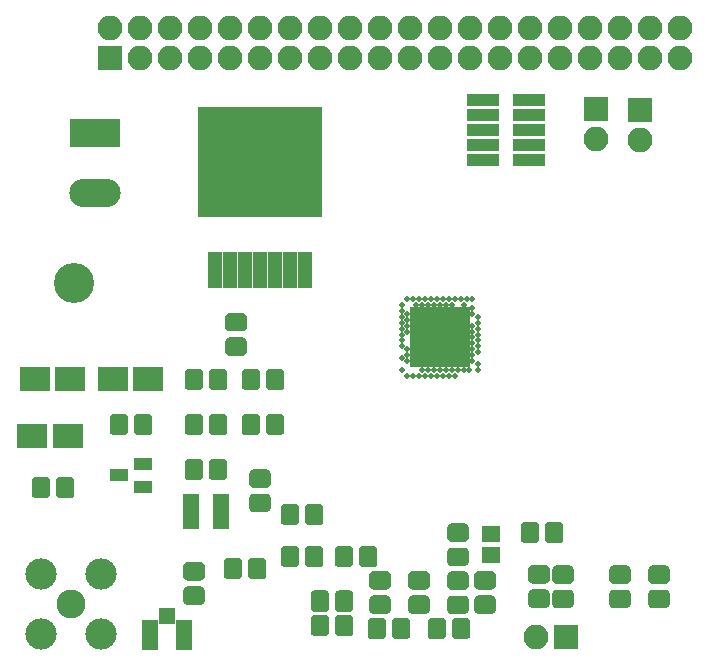
<source format=gbr>
G04 #@! TF.GenerationSoftware,KiCad,Pcbnew,(5.0.0)*
G04 #@! TF.CreationDate,2019-04-02T14:56:13-03:00*
G04 #@! TF.ProjectId,basic-hat,62617369632D6861742E6B696361645F,rev?*
G04 #@! TF.SameCoordinates,Original*
G04 #@! TF.FileFunction,Soldermask,Top*
G04 #@! TF.FilePolarity,Negative*
%FSLAX46Y46*%
G04 Gerber Fmt 4.6, Leading zero omitted, Abs format (unit mm)*
G04 Created by KiCad (PCBNEW (5.0.0)) date 04/02/19 14:56:13*
%MOMM*%
%LPD*%
G01*
G04 APERTURE LIST*
%ADD10R,1.400000X1.450000*%
%ADD11R,1.450000X2.600000*%
%ADD12C,0.100000*%
%ADD13C,1.550000*%
%ADD14R,2.600000X2.000000*%
%ADD15R,1.263600X3.092400*%
%ADD16R,10.560000X9.340800*%
%ADD17R,1.400000X1.000000*%
%ADD18C,2.450000*%
%ADD19C,2.650000*%
%ADD20O,2.100000X2.100000*%
%ADD21R,2.100000X2.100000*%
%ADD22R,2.800000X1.140000*%
%ADD23R,4.360000X2.380000*%
%ADD24O,4.360000X2.380000*%
%ADD25C,3.400000*%
%ADD26R,1.500000X1.050000*%
%ADD27C,0.475000*%
%ADD28R,5.050000X5.050000*%
%ADD29R,1.500000X1.450000*%
G04 APERTURE END LIST*
D10*
G04 #@! TO.C,ANT1*
X53340000Y-72898000D03*
D11*
X54815000Y-74423000D03*
X51865000Y-74423000D03*
G04 #@! TD*
D12*
G04 #@! TO.C,C1*
G36*
X78574071Y-69076623D02*
X78606781Y-69081475D01*
X78638857Y-69089509D01*
X78669991Y-69100649D01*
X78699884Y-69114787D01*
X78728247Y-69131787D01*
X78754807Y-69151485D01*
X78779308Y-69173692D01*
X78801515Y-69198193D01*
X78821213Y-69224753D01*
X78838213Y-69253116D01*
X78852351Y-69283009D01*
X78863491Y-69314143D01*
X78871525Y-69346219D01*
X78876377Y-69378929D01*
X78878000Y-69411956D01*
X78878000Y-70288044D01*
X78876377Y-70321071D01*
X78871525Y-70353781D01*
X78863491Y-70385857D01*
X78852351Y-70416991D01*
X78838213Y-70446884D01*
X78821213Y-70475247D01*
X78801515Y-70501807D01*
X78779308Y-70526308D01*
X78754807Y-70548515D01*
X78728247Y-70568213D01*
X78699884Y-70585213D01*
X78669991Y-70599351D01*
X78638857Y-70610491D01*
X78606781Y-70618525D01*
X78574071Y-70623377D01*
X78541044Y-70625000D01*
X77414956Y-70625000D01*
X77381929Y-70623377D01*
X77349219Y-70618525D01*
X77317143Y-70610491D01*
X77286009Y-70599351D01*
X77256116Y-70585213D01*
X77227753Y-70568213D01*
X77201193Y-70548515D01*
X77176692Y-70526308D01*
X77154485Y-70501807D01*
X77134787Y-70475247D01*
X77117787Y-70446884D01*
X77103649Y-70416991D01*
X77092509Y-70385857D01*
X77084475Y-70353781D01*
X77079623Y-70321071D01*
X77078000Y-70288044D01*
X77078000Y-69411956D01*
X77079623Y-69378929D01*
X77084475Y-69346219D01*
X77092509Y-69314143D01*
X77103649Y-69283009D01*
X77117787Y-69253116D01*
X77134787Y-69224753D01*
X77154485Y-69198193D01*
X77176692Y-69173692D01*
X77201193Y-69151485D01*
X77227753Y-69131787D01*
X77256116Y-69114787D01*
X77286009Y-69100649D01*
X77317143Y-69089509D01*
X77349219Y-69081475D01*
X77381929Y-69076623D01*
X77414956Y-69075000D01*
X78541044Y-69075000D01*
X78574071Y-69076623D01*
X78574071Y-69076623D01*
G37*
D13*
X77978000Y-69850000D03*
D12*
G36*
X78574071Y-71126623D02*
X78606781Y-71131475D01*
X78638857Y-71139509D01*
X78669991Y-71150649D01*
X78699884Y-71164787D01*
X78728247Y-71181787D01*
X78754807Y-71201485D01*
X78779308Y-71223692D01*
X78801515Y-71248193D01*
X78821213Y-71274753D01*
X78838213Y-71303116D01*
X78852351Y-71333009D01*
X78863491Y-71364143D01*
X78871525Y-71396219D01*
X78876377Y-71428929D01*
X78878000Y-71461956D01*
X78878000Y-72338044D01*
X78876377Y-72371071D01*
X78871525Y-72403781D01*
X78863491Y-72435857D01*
X78852351Y-72466991D01*
X78838213Y-72496884D01*
X78821213Y-72525247D01*
X78801515Y-72551807D01*
X78779308Y-72576308D01*
X78754807Y-72598515D01*
X78728247Y-72618213D01*
X78699884Y-72635213D01*
X78669991Y-72649351D01*
X78638857Y-72660491D01*
X78606781Y-72668525D01*
X78574071Y-72673377D01*
X78541044Y-72675000D01*
X77414956Y-72675000D01*
X77381929Y-72673377D01*
X77349219Y-72668525D01*
X77317143Y-72660491D01*
X77286009Y-72649351D01*
X77256116Y-72635213D01*
X77227753Y-72618213D01*
X77201193Y-72598515D01*
X77176692Y-72576308D01*
X77154485Y-72551807D01*
X77134787Y-72525247D01*
X77117787Y-72496884D01*
X77103649Y-72466991D01*
X77092509Y-72435857D01*
X77084475Y-72403781D01*
X77079623Y-72371071D01*
X77078000Y-72338044D01*
X77078000Y-71461956D01*
X77079623Y-71428929D01*
X77084475Y-71396219D01*
X77092509Y-71364143D01*
X77103649Y-71333009D01*
X77117787Y-71303116D01*
X77134787Y-71274753D01*
X77154485Y-71248193D01*
X77176692Y-71223692D01*
X77201193Y-71201485D01*
X77227753Y-71181787D01*
X77256116Y-71164787D01*
X77286009Y-71150649D01*
X77317143Y-71139509D01*
X77349219Y-71131475D01*
X77381929Y-71126623D01*
X77414956Y-71125000D01*
X78541044Y-71125000D01*
X78574071Y-71126623D01*
X78574071Y-71126623D01*
G37*
D13*
X77978000Y-71900000D03*
G04 #@! TD*
D12*
G04 #@! TO.C,C2*
G36*
X68797071Y-66919623D02*
X68829781Y-66924475D01*
X68861857Y-66932509D01*
X68892991Y-66943649D01*
X68922884Y-66957787D01*
X68951247Y-66974787D01*
X68977807Y-66994485D01*
X69002308Y-67016692D01*
X69024515Y-67041193D01*
X69044213Y-67067753D01*
X69061213Y-67096116D01*
X69075351Y-67126009D01*
X69086491Y-67157143D01*
X69094525Y-67189219D01*
X69099377Y-67221929D01*
X69101000Y-67254956D01*
X69101000Y-68381044D01*
X69099377Y-68414071D01*
X69094525Y-68446781D01*
X69086491Y-68478857D01*
X69075351Y-68509991D01*
X69061213Y-68539884D01*
X69044213Y-68568247D01*
X69024515Y-68594807D01*
X69002308Y-68619308D01*
X68977807Y-68641515D01*
X68951247Y-68661213D01*
X68922884Y-68678213D01*
X68892991Y-68692351D01*
X68861857Y-68703491D01*
X68829781Y-68711525D01*
X68797071Y-68716377D01*
X68764044Y-68718000D01*
X67887956Y-68718000D01*
X67854929Y-68716377D01*
X67822219Y-68711525D01*
X67790143Y-68703491D01*
X67759009Y-68692351D01*
X67729116Y-68678213D01*
X67700753Y-68661213D01*
X67674193Y-68641515D01*
X67649692Y-68619308D01*
X67627485Y-68594807D01*
X67607787Y-68568247D01*
X67590787Y-68539884D01*
X67576649Y-68509991D01*
X67565509Y-68478857D01*
X67557475Y-68446781D01*
X67552623Y-68414071D01*
X67551000Y-68381044D01*
X67551000Y-67254956D01*
X67552623Y-67221929D01*
X67557475Y-67189219D01*
X67565509Y-67157143D01*
X67576649Y-67126009D01*
X67590787Y-67096116D01*
X67607787Y-67067753D01*
X67627485Y-67041193D01*
X67649692Y-67016692D01*
X67674193Y-66994485D01*
X67700753Y-66974787D01*
X67729116Y-66957787D01*
X67759009Y-66943649D01*
X67790143Y-66932509D01*
X67822219Y-66924475D01*
X67854929Y-66919623D01*
X67887956Y-66918000D01*
X68764044Y-66918000D01*
X68797071Y-66919623D01*
X68797071Y-66919623D01*
G37*
D13*
X68326000Y-67818000D03*
D12*
G36*
X70847071Y-66919623D02*
X70879781Y-66924475D01*
X70911857Y-66932509D01*
X70942991Y-66943649D01*
X70972884Y-66957787D01*
X71001247Y-66974787D01*
X71027807Y-66994485D01*
X71052308Y-67016692D01*
X71074515Y-67041193D01*
X71094213Y-67067753D01*
X71111213Y-67096116D01*
X71125351Y-67126009D01*
X71136491Y-67157143D01*
X71144525Y-67189219D01*
X71149377Y-67221929D01*
X71151000Y-67254956D01*
X71151000Y-68381044D01*
X71149377Y-68414071D01*
X71144525Y-68446781D01*
X71136491Y-68478857D01*
X71125351Y-68509991D01*
X71111213Y-68539884D01*
X71094213Y-68568247D01*
X71074515Y-68594807D01*
X71052308Y-68619308D01*
X71027807Y-68641515D01*
X71001247Y-68661213D01*
X70972884Y-68678213D01*
X70942991Y-68692351D01*
X70911857Y-68703491D01*
X70879781Y-68711525D01*
X70847071Y-68716377D01*
X70814044Y-68718000D01*
X69937956Y-68718000D01*
X69904929Y-68716377D01*
X69872219Y-68711525D01*
X69840143Y-68703491D01*
X69809009Y-68692351D01*
X69779116Y-68678213D01*
X69750753Y-68661213D01*
X69724193Y-68641515D01*
X69699692Y-68619308D01*
X69677485Y-68594807D01*
X69657787Y-68568247D01*
X69640787Y-68539884D01*
X69626649Y-68509991D01*
X69615509Y-68478857D01*
X69607475Y-68446781D01*
X69602623Y-68414071D01*
X69601000Y-68381044D01*
X69601000Y-67254956D01*
X69602623Y-67221929D01*
X69607475Y-67189219D01*
X69615509Y-67157143D01*
X69626649Y-67126009D01*
X69640787Y-67096116D01*
X69657787Y-67067753D01*
X69677485Y-67041193D01*
X69699692Y-67016692D01*
X69724193Y-66994485D01*
X69750753Y-66974787D01*
X69779116Y-66957787D01*
X69809009Y-66943649D01*
X69840143Y-66932509D01*
X69872219Y-66924475D01*
X69904929Y-66919623D01*
X69937956Y-66918000D01*
X70814044Y-66918000D01*
X70847071Y-66919623D01*
X70847071Y-66919623D01*
G37*
D13*
X70376000Y-67818000D03*
G04 #@! TD*
D12*
G04 #@! TO.C,C3*
G36*
X80860071Y-71117623D02*
X80892781Y-71122475D01*
X80924857Y-71130509D01*
X80955991Y-71141649D01*
X80985884Y-71155787D01*
X81014247Y-71172787D01*
X81040807Y-71192485D01*
X81065308Y-71214692D01*
X81087515Y-71239193D01*
X81107213Y-71265753D01*
X81124213Y-71294116D01*
X81138351Y-71324009D01*
X81149491Y-71355143D01*
X81157525Y-71387219D01*
X81162377Y-71419929D01*
X81164000Y-71452956D01*
X81164000Y-72329044D01*
X81162377Y-72362071D01*
X81157525Y-72394781D01*
X81149491Y-72426857D01*
X81138351Y-72457991D01*
X81124213Y-72487884D01*
X81107213Y-72516247D01*
X81087515Y-72542807D01*
X81065308Y-72567308D01*
X81040807Y-72589515D01*
X81014247Y-72609213D01*
X80985884Y-72626213D01*
X80955991Y-72640351D01*
X80924857Y-72651491D01*
X80892781Y-72659525D01*
X80860071Y-72664377D01*
X80827044Y-72666000D01*
X79700956Y-72666000D01*
X79667929Y-72664377D01*
X79635219Y-72659525D01*
X79603143Y-72651491D01*
X79572009Y-72640351D01*
X79542116Y-72626213D01*
X79513753Y-72609213D01*
X79487193Y-72589515D01*
X79462692Y-72567308D01*
X79440485Y-72542807D01*
X79420787Y-72516247D01*
X79403787Y-72487884D01*
X79389649Y-72457991D01*
X79378509Y-72426857D01*
X79370475Y-72394781D01*
X79365623Y-72362071D01*
X79364000Y-72329044D01*
X79364000Y-71452956D01*
X79365623Y-71419929D01*
X79370475Y-71387219D01*
X79378509Y-71355143D01*
X79389649Y-71324009D01*
X79403787Y-71294116D01*
X79420787Y-71265753D01*
X79440485Y-71239193D01*
X79462692Y-71214692D01*
X79487193Y-71192485D01*
X79513753Y-71172787D01*
X79542116Y-71155787D01*
X79572009Y-71141649D01*
X79603143Y-71130509D01*
X79635219Y-71122475D01*
X79667929Y-71117623D01*
X79700956Y-71116000D01*
X80827044Y-71116000D01*
X80860071Y-71117623D01*
X80860071Y-71117623D01*
G37*
D13*
X80264000Y-71891000D03*
D12*
G36*
X80860071Y-69067623D02*
X80892781Y-69072475D01*
X80924857Y-69080509D01*
X80955991Y-69091649D01*
X80985884Y-69105787D01*
X81014247Y-69122787D01*
X81040807Y-69142485D01*
X81065308Y-69164692D01*
X81087515Y-69189193D01*
X81107213Y-69215753D01*
X81124213Y-69244116D01*
X81138351Y-69274009D01*
X81149491Y-69305143D01*
X81157525Y-69337219D01*
X81162377Y-69369929D01*
X81164000Y-69402956D01*
X81164000Y-70279044D01*
X81162377Y-70312071D01*
X81157525Y-70344781D01*
X81149491Y-70376857D01*
X81138351Y-70407991D01*
X81124213Y-70437884D01*
X81107213Y-70466247D01*
X81087515Y-70492807D01*
X81065308Y-70517308D01*
X81040807Y-70539515D01*
X81014247Y-70559213D01*
X80985884Y-70576213D01*
X80955991Y-70590351D01*
X80924857Y-70601491D01*
X80892781Y-70609525D01*
X80860071Y-70614377D01*
X80827044Y-70616000D01*
X79700956Y-70616000D01*
X79667929Y-70614377D01*
X79635219Y-70609525D01*
X79603143Y-70601491D01*
X79572009Y-70590351D01*
X79542116Y-70576213D01*
X79513753Y-70559213D01*
X79487193Y-70539515D01*
X79462692Y-70517308D01*
X79440485Y-70492807D01*
X79420787Y-70466247D01*
X79403787Y-70437884D01*
X79389649Y-70407991D01*
X79378509Y-70376857D01*
X79370475Y-70344781D01*
X79365623Y-70312071D01*
X79364000Y-70279044D01*
X79364000Y-69402956D01*
X79365623Y-69369929D01*
X79370475Y-69337219D01*
X79378509Y-69305143D01*
X79389649Y-69274009D01*
X79403787Y-69244116D01*
X79420787Y-69215753D01*
X79440485Y-69189193D01*
X79462692Y-69164692D01*
X79487193Y-69142485D01*
X79513753Y-69122787D01*
X79542116Y-69105787D01*
X79572009Y-69091649D01*
X79603143Y-69080509D01*
X79635219Y-69072475D01*
X79667929Y-69067623D01*
X79700956Y-69066000D01*
X80827044Y-69066000D01*
X80860071Y-69067623D01*
X80860071Y-69067623D01*
G37*
D13*
X80264000Y-69841000D03*
G04 #@! TD*
D12*
G04 #@! TO.C,C4*
G36*
X71970071Y-71117623D02*
X72002781Y-71122475D01*
X72034857Y-71130509D01*
X72065991Y-71141649D01*
X72095884Y-71155787D01*
X72124247Y-71172787D01*
X72150807Y-71192485D01*
X72175308Y-71214692D01*
X72197515Y-71239193D01*
X72217213Y-71265753D01*
X72234213Y-71294116D01*
X72248351Y-71324009D01*
X72259491Y-71355143D01*
X72267525Y-71387219D01*
X72272377Y-71419929D01*
X72274000Y-71452956D01*
X72274000Y-72329044D01*
X72272377Y-72362071D01*
X72267525Y-72394781D01*
X72259491Y-72426857D01*
X72248351Y-72457991D01*
X72234213Y-72487884D01*
X72217213Y-72516247D01*
X72197515Y-72542807D01*
X72175308Y-72567308D01*
X72150807Y-72589515D01*
X72124247Y-72609213D01*
X72095884Y-72626213D01*
X72065991Y-72640351D01*
X72034857Y-72651491D01*
X72002781Y-72659525D01*
X71970071Y-72664377D01*
X71937044Y-72666000D01*
X70810956Y-72666000D01*
X70777929Y-72664377D01*
X70745219Y-72659525D01*
X70713143Y-72651491D01*
X70682009Y-72640351D01*
X70652116Y-72626213D01*
X70623753Y-72609213D01*
X70597193Y-72589515D01*
X70572692Y-72567308D01*
X70550485Y-72542807D01*
X70530787Y-72516247D01*
X70513787Y-72487884D01*
X70499649Y-72457991D01*
X70488509Y-72426857D01*
X70480475Y-72394781D01*
X70475623Y-72362071D01*
X70474000Y-72329044D01*
X70474000Y-71452956D01*
X70475623Y-71419929D01*
X70480475Y-71387219D01*
X70488509Y-71355143D01*
X70499649Y-71324009D01*
X70513787Y-71294116D01*
X70530787Y-71265753D01*
X70550485Y-71239193D01*
X70572692Y-71214692D01*
X70597193Y-71192485D01*
X70623753Y-71172787D01*
X70652116Y-71155787D01*
X70682009Y-71141649D01*
X70713143Y-71130509D01*
X70745219Y-71122475D01*
X70777929Y-71117623D01*
X70810956Y-71116000D01*
X71937044Y-71116000D01*
X71970071Y-71117623D01*
X71970071Y-71117623D01*
G37*
D13*
X71374000Y-71891000D03*
D12*
G36*
X71970071Y-69067623D02*
X72002781Y-69072475D01*
X72034857Y-69080509D01*
X72065991Y-69091649D01*
X72095884Y-69105787D01*
X72124247Y-69122787D01*
X72150807Y-69142485D01*
X72175308Y-69164692D01*
X72197515Y-69189193D01*
X72217213Y-69215753D01*
X72234213Y-69244116D01*
X72248351Y-69274009D01*
X72259491Y-69305143D01*
X72267525Y-69337219D01*
X72272377Y-69369929D01*
X72274000Y-69402956D01*
X72274000Y-70279044D01*
X72272377Y-70312071D01*
X72267525Y-70344781D01*
X72259491Y-70376857D01*
X72248351Y-70407991D01*
X72234213Y-70437884D01*
X72217213Y-70466247D01*
X72197515Y-70492807D01*
X72175308Y-70517308D01*
X72150807Y-70539515D01*
X72124247Y-70559213D01*
X72095884Y-70576213D01*
X72065991Y-70590351D01*
X72034857Y-70601491D01*
X72002781Y-70609525D01*
X71970071Y-70614377D01*
X71937044Y-70616000D01*
X70810956Y-70616000D01*
X70777929Y-70614377D01*
X70745219Y-70609525D01*
X70713143Y-70601491D01*
X70682009Y-70590351D01*
X70652116Y-70576213D01*
X70623753Y-70559213D01*
X70597193Y-70539515D01*
X70572692Y-70517308D01*
X70550485Y-70492807D01*
X70530787Y-70466247D01*
X70513787Y-70437884D01*
X70499649Y-70407991D01*
X70488509Y-70376857D01*
X70480475Y-70344781D01*
X70475623Y-70312071D01*
X70474000Y-70279044D01*
X70474000Y-69402956D01*
X70475623Y-69369929D01*
X70480475Y-69337219D01*
X70488509Y-69305143D01*
X70499649Y-69274009D01*
X70513787Y-69244116D01*
X70530787Y-69215753D01*
X70550485Y-69189193D01*
X70572692Y-69164692D01*
X70597193Y-69142485D01*
X70623753Y-69122787D01*
X70652116Y-69105787D01*
X70682009Y-69091649D01*
X70713143Y-69080509D01*
X70745219Y-69072475D01*
X70777929Y-69067623D01*
X70810956Y-69066000D01*
X71937044Y-69066000D01*
X71970071Y-69067623D01*
X71970071Y-69067623D01*
G37*
D13*
X71374000Y-69841000D03*
G04 #@! TD*
D12*
G04 #@! TO.C,C5*
G36*
X75272071Y-69067623D02*
X75304781Y-69072475D01*
X75336857Y-69080509D01*
X75367991Y-69091649D01*
X75397884Y-69105787D01*
X75426247Y-69122787D01*
X75452807Y-69142485D01*
X75477308Y-69164692D01*
X75499515Y-69189193D01*
X75519213Y-69215753D01*
X75536213Y-69244116D01*
X75550351Y-69274009D01*
X75561491Y-69305143D01*
X75569525Y-69337219D01*
X75574377Y-69369929D01*
X75576000Y-69402956D01*
X75576000Y-70279044D01*
X75574377Y-70312071D01*
X75569525Y-70344781D01*
X75561491Y-70376857D01*
X75550351Y-70407991D01*
X75536213Y-70437884D01*
X75519213Y-70466247D01*
X75499515Y-70492807D01*
X75477308Y-70517308D01*
X75452807Y-70539515D01*
X75426247Y-70559213D01*
X75397884Y-70576213D01*
X75367991Y-70590351D01*
X75336857Y-70601491D01*
X75304781Y-70609525D01*
X75272071Y-70614377D01*
X75239044Y-70616000D01*
X74112956Y-70616000D01*
X74079929Y-70614377D01*
X74047219Y-70609525D01*
X74015143Y-70601491D01*
X73984009Y-70590351D01*
X73954116Y-70576213D01*
X73925753Y-70559213D01*
X73899193Y-70539515D01*
X73874692Y-70517308D01*
X73852485Y-70492807D01*
X73832787Y-70466247D01*
X73815787Y-70437884D01*
X73801649Y-70407991D01*
X73790509Y-70376857D01*
X73782475Y-70344781D01*
X73777623Y-70312071D01*
X73776000Y-70279044D01*
X73776000Y-69402956D01*
X73777623Y-69369929D01*
X73782475Y-69337219D01*
X73790509Y-69305143D01*
X73801649Y-69274009D01*
X73815787Y-69244116D01*
X73832787Y-69215753D01*
X73852485Y-69189193D01*
X73874692Y-69164692D01*
X73899193Y-69142485D01*
X73925753Y-69122787D01*
X73954116Y-69105787D01*
X73984009Y-69091649D01*
X74015143Y-69080509D01*
X74047219Y-69072475D01*
X74079929Y-69067623D01*
X74112956Y-69066000D01*
X75239044Y-69066000D01*
X75272071Y-69067623D01*
X75272071Y-69067623D01*
G37*
D13*
X74676000Y-69841000D03*
D12*
G36*
X75272071Y-71117623D02*
X75304781Y-71122475D01*
X75336857Y-71130509D01*
X75367991Y-71141649D01*
X75397884Y-71155787D01*
X75426247Y-71172787D01*
X75452807Y-71192485D01*
X75477308Y-71214692D01*
X75499515Y-71239193D01*
X75519213Y-71265753D01*
X75536213Y-71294116D01*
X75550351Y-71324009D01*
X75561491Y-71355143D01*
X75569525Y-71387219D01*
X75574377Y-71419929D01*
X75576000Y-71452956D01*
X75576000Y-72329044D01*
X75574377Y-72362071D01*
X75569525Y-72394781D01*
X75561491Y-72426857D01*
X75550351Y-72457991D01*
X75536213Y-72487884D01*
X75519213Y-72516247D01*
X75499515Y-72542807D01*
X75477308Y-72567308D01*
X75452807Y-72589515D01*
X75426247Y-72609213D01*
X75397884Y-72626213D01*
X75367991Y-72640351D01*
X75336857Y-72651491D01*
X75304781Y-72659525D01*
X75272071Y-72664377D01*
X75239044Y-72666000D01*
X74112956Y-72666000D01*
X74079929Y-72664377D01*
X74047219Y-72659525D01*
X74015143Y-72651491D01*
X73984009Y-72640351D01*
X73954116Y-72626213D01*
X73925753Y-72609213D01*
X73899193Y-72589515D01*
X73874692Y-72567308D01*
X73852485Y-72542807D01*
X73832787Y-72516247D01*
X73815787Y-72487884D01*
X73801649Y-72457991D01*
X73790509Y-72426857D01*
X73782475Y-72394781D01*
X73777623Y-72362071D01*
X73776000Y-72329044D01*
X73776000Y-71452956D01*
X73777623Y-71419929D01*
X73782475Y-71387219D01*
X73790509Y-71355143D01*
X73801649Y-71324009D01*
X73815787Y-71294116D01*
X73832787Y-71265753D01*
X73852485Y-71239193D01*
X73874692Y-71214692D01*
X73899193Y-71192485D01*
X73925753Y-71172787D01*
X73954116Y-71155787D01*
X73984009Y-71141649D01*
X74015143Y-71130509D01*
X74047219Y-71122475D01*
X74079929Y-71117623D01*
X74112956Y-71116000D01*
X75239044Y-71116000D01*
X75272071Y-71117623D01*
X75272071Y-71117623D01*
G37*
D13*
X74676000Y-71891000D03*
G04 #@! TD*
D12*
G04 #@! TO.C,C6*
G36*
X85432071Y-70609623D02*
X85464781Y-70614475D01*
X85496857Y-70622509D01*
X85527991Y-70633649D01*
X85557884Y-70647787D01*
X85586247Y-70664787D01*
X85612807Y-70684485D01*
X85637308Y-70706692D01*
X85659515Y-70731193D01*
X85679213Y-70757753D01*
X85696213Y-70786116D01*
X85710351Y-70816009D01*
X85721491Y-70847143D01*
X85729525Y-70879219D01*
X85734377Y-70911929D01*
X85736000Y-70944956D01*
X85736000Y-71821044D01*
X85734377Y-71854071D01*
X85729525Y-71886781D01*
X85721491Y-71918857D01*
X85710351Y-71949991D01*
X85696213Y-71979884D01*
X85679213Y-72008247D01*
X85659515Y-72034807D01*
X85637308Y-72059308D01*
X85612807Y-72081515D01*
X85586247Y-72101213D01*
X85557884Y-72118213D01*
X85527991Y-72132351D01*
X85496857Y-72143491D01*
X85464781Y-72151525D01*
X85432071Y-72156377D01*
X85399044Y-72158000D01*
X84272956Y-72158000D01*
X84239929Y-72156377D01*
X84207219Y-72151525D01*
X84175143Y-72143491D01*
X84144009Y-72132351D01*
X84114116Y-72118213D01*
X84085753Y-72101213D01*
X84059193Y-72081515D01*
X84034692Y-72059308D01*
X84012485Y-72034807D01*
X83992787Y-72008247D01*
X83975787Y-71979884D01*
X83961649Y-71949991D01*
X83950509Y-71918857D01*
X83942475Y-71886781D01*
X83937623Y-71854071D01*
X83936000Y-71821044D01*
X83936000Y-70944956D01*
X83937623Y-70911929D01*
X83942475Y-70879219D01*
X83950509Y-70847143D01*
X83961649Y-70816009D01*
X83975787Y-70786116D01*
X83992787Y-70757753D01*
X84012485Y-70731193D01*
X84034692Y-70706692D01*
X84059193Y-70684485D01*
X84085753Y-70664787D01*
X84114116Y-70647787D01*
X84144009Y-70633649D01*
X84175143Y-70622509D01*
X84207219Y-70614475D01*
X84239929Y-70609623D01*
X84272956Y-70608000D01*
X85399044Y-70608000D01*
X85432071Y-70609623D01*
X85432071Y-70609623D01*
G37*
D13*
X84836000Y-71383000D03*
D12*
G36*
X85432071Y-68559623D02*
X85464781Y-68564475D01*
X85496857Y-68572509D01*
X85527991Y-68583649D01*
X85557884Y-68597787D01*
X85586247Y-68614787D01*
X85612807Y-68634485D01*
X85637308Y-68656692D01*
X85659515Y-68681193D01*
X85679213Y-68707753D01*
X85696213Y-68736116D01*
X85710351Y-68766009D01*
X85721491Y-68797143D01*
X85729525Y-68829219D01*
X85734377Y-68861929D01*
X85736000Y-68894956D01*
X85736000Y-69771044D01*
X85734377Y-69804071D01*
X85729525Y-69836781D01*
X85721491Y-69868857D01*
X85710351Y-69899991D01*
X85696213Y-69929884D01*
X85679213Y-69958247D01*
X85659515Y-69984807D01*
X85637308Y-70009308D01*
X85612807Y-70031515D01*
X85586247Y-70051213D01*
X85557884Y-70068213D01*
X85527991Y-70082351D01*
X85496857Y-70093491D01*
X85464781Y-70101525D01*
X85432071Y-70106377D01*
X85399044Y-70108000D01*
X84272956Y-70108000D01*
X84239929Y-70106377D01*
X84207219Y-70101525D01*
X84175143Y-70093491D01*
X84144009Y-70082351D01*
X84114116Y-70068213D01*
X84085753Y-70051213D01*
X84059193Y-70031515D01*
X84034692Y-70009308D01*
X84012485Y-69984807D01*
X83992787Y-69958247D01*
X83975787Y-69929884D01*
X83961649Y-69899991D01*
X83950509Y-69868857D01*
X83942475Y-69836781D01*
X83937623Y-69804071D01*
X83936000Y-69771044D01*
X83936000Y-68894956D01*
X83937623Y-68861929D01*
X83942475Y-68829219D01*
X83950509Y-68797143D01*
X83961649Y-68766009D01*
X83975787Y-68736116D01*
X83992787Y-68707753D01*
X84012485Y-68681193D01*
X84034692Y-68656692D01*
X84059193Y-68634485D01*
X84085753Y-68614787D01*
X84114116Y-68597787D01*
X84144009Y-68583649D01*
X84175143Y-68572509D01*
X84207219Y-68564475D01*
X84239929Y-68559623D01*
X84272956Y-68558000D01*
X85399044Y-68558000D01*
X85432071Y-68559623D01*
X85432071Y-68559623D01*
G37*
D13*
X84836000Y-69333000D03*
G04 #@! TD*
D12*
G04 #@! TO.C,C7*
G36*
X61810071Y-62490623D02*
X61842781Y-62495475D01*
X61874857Y-62503509D01*
X61905991Y-62514649D01*
X61935884Y-62528787D01*
X61964247Y-62545787D01*
X61990807Y-62565485D01*
X62015308Y-62587692D01*
X62037515Y-62612193D01*
X62057213Y-62638753D01*
X62074213Y-62667116D01*
X62088351Y-62697009D01*
X62099491Y-62728143D01*
X62107525Y-62760219D01*
X62112377Y-62792929D01*
X62114000Y-62825956D01*
X62114000Y-63702044D01*
X62112377Y-63735071D01*
X62107525Y-63767781D01*
X62099491Y-63799857D01*
X62088351Y-63830991D01*
X62074213Y-63860884D01*
X62057213Y-63889247D01*
X62037515Y-63915807D01*
X62015308Y-63940308D01*
X61990807Y-63962515D01*
X61964247Y-63982213D01*
X61935884Y-63999213D01*
X61905991Y-64013351D01*
X61874857Y-64024491D01*
X61842781Y-64032525D01*
X61810071Y-64037377D01*
X61777044Y-64039000D01*
X60650956Y-64039000D01*
X60617929Y-64037377D01*
X60585219Y-64032525D01*
X60553143Y-64024491D01*
X60522009Y-64013351D01*
X60492116Y-63999213D01*
X60463753Y-63982213D01*
X60437193Y-63962515D01*
X60412692Y-63940308D01*
X60390485Y-63915807D01*
X60370787Y-63889247D01*
X60353787Y-63860884D01*
X60339649Y-63830991D01*
X60328509Y-63799857D01*
X60320475Y-63767781D01*
X60315623Y-63735071D01*
X60314000Y-63702044D01*
X60314000Y-62825956D01*
X60315623Y-62792929D01*
X60320475Y-62760219D01*
X60328509Y-62728143D01*
X60339649Y-62697009D01*
X60353787Y-62667116D01*
X60370787Y-62638753D01*
X60390485Y-62612193D01*
X60412692Y-62587692D01*
X60437193Y-62565485D01*
X60463753Y-62545787D01*
X60492116Y-62528787D01*
X60522009Y-62514649D01*
X60553143Y-62503509D01*
X60585219Y-62495475D01*
X60617929Y-62490623D01*
X60650956Y-62489000D01*
X61777044Y-62489000D01*
X61810071Y-62490623D01*
X61810071Y-62490623D01*
G37*
D13*
X61214000Y-63264000D03*
D12*
G36*
X61810071Y-60440623D02*
X61842781Y-60445475D01*
X61874857Y-60453509D01*
X61905991Y-60464649D01*
X61935884Y-60478787D01*
X61964247Y-60495787D01*
X61990807Y-60515485D01*
X62015308Y-60537692D01*
X62037515Y-60562193D01*
X62057213Y-60588753D01*
X62074213Y-60617116D01*
X62088351Y-60647009D01*
X62099491Y-60678143D01*
X62107525Y-60710219D01*
X62112377Y-60742929D01*
X62114000Y-60775956D01*
X62114000Y-61652044D01*
X62112377Y-61685071D01*
X62107525Y-61717781D01*
X62099491Y-61749857D01*
X62088351Y-61780991D01*
X62074213Y-61810884D01*
X62057213Y-61839247D01*
X62037515Y-61865807D01*
X62015308Y-61890308D01*
X61990807Y-61912515D01*
X61964247Y-61932213D01*
X61935884Y-61949213D01*
X61905991Y-61963351D01*
X61874857Y-61974491D01*
X61842781Y-61982525D01*
X61810071Y-61987377D01*
X61777044Y-61989000D01*
X60650956Y-61989000D01*
X60617929Y-61987377D01*
X60585219Y-61982525D01*
X60553143Y-61974491D01*
X60522009Y-61963351D01*
X60492116Y-61949213D01*
X60463753Y-61932213D01*
X60437193Y-61912515D01*
X60412692Y-61890308D01*
X60390485Y-61865807D01*
X60370787Y-61839247D01*
X60353787Y-61810884D01*
X60339649Y-61780991D01*
X60328509Y-61749857D01*
X60320475Y-61717781D01*
X60315623Y-61685071D01*
X60314000Y-61652044D01*
X60314000Y-60775956D01*
X60315623Y-60742929D01*
X60320475Y-60710219D01*
X60328509Y-60678143D01*
X60339649Y-60647009D01*
X60353787Y-60617116D01*
X60370787Y-60588753D01*
X60390485Y-60562193D01*
X60412692Y-60537692D01*
X60437193Y-60515485D01*
X60463753Y-60495787D01*
X60492116Y-60478787D01*
X60522009Y-60464649D01*
X60553143Y-60453509D01*
X60585219Y-60445475D01*
X60617929Y-60440623D01*
X60650956Y-60439000D01*
X61777044Y-60439000D01*
X61810071Y-60440623D01*
X61810071Y-60440623D01*
G37*
D13*
X61214000Y-61214000D03*
G04 #@! TD*
D12*
G04 #@! TO.C,C8*
G36*
X62973071Y-51933623D02*
X63005781Y-51938475D01*
X63037857Y-51946509D01*
X63068991Y-51957649D01*
X63098884Y-51971787D01*
X63127247Y-51988787D01*
X63153807Y-52008485D01*
X63178308Y-52030692D01*
X63200515Y-52055193D01*
X63220213Y-52081753D01*
X63237213Y-52110116D01*
X63251351Y-52140009D01*
X63262491Y-52171143D01*
X63270525Y-52203219D01*
X63275377Y-52235929D01*
X63277000Y-52268956D01*
X63277000Y-53395044D01*
X63275377Y-53428071D01*
X63270525Y-53460781D01*
X63262491Y-53492857D01*
X63251351Y-53523991D01*
X63237213Y-53553884D01*
X63220213Y-53582247D01*
X63200515Y-53608807D01*
X63178308Y-53633308D01*
X63153807Y-53655515D01*
X63127247Y-53675213D01*
X63098884Y-53692213D01*
X63068991Y-53706351D01*
X63037857Y-53717491D01*
X63005781Y-53725525D01*
X62973071Y-53730377D01*
X62940044Y-53732000D01*
X62063956Y-53732000D01*
X62030929Y-53730377D01*
X61998219Y-53725525D01*
X61966143Y-53717491D01*
X61935009Y-53706351D01*
X61905116Y-53692213D01*
X61876753Y-53675213D01*
X61850193Y-53655515D01*
X61825692Y-53633308D01*
X61803485Y-53608807D01*
X61783787Y-53582247D01*
X61766787Y-53553884D01*
X61752649Y-53523991D01*
X61741509Y-53492857D01*
X61733475Y-53460781D01*
X61728623Y-53428071D01*
X61727000Y-53395044D01*
X61727000Y-52268956D01*
X61728623Y-52235929D01*
X61733475Y-52203219D01*
X61741509Y-52171143D01*
X61752649Y-52140009D01*
X61766787Y-52110116D01*
X61783787Y-52081753D01*
X61803485Y-52055193D01*
X61825692Y-52030692D01*
X61850193Y-52008485D01*
X61876753Y-51988787D01*
X61905116Y-51971787D01*
X61935009Y-51957649D01*
X61966143Y-51946509D01*
X61998219Y-51938475D01*
X62030929Y-51933623D01*
X62063956Y-51932000D01*
X62940044Y-51932000D01*
X62973071Y-51933623D01*
X62973071Y-51933623D01*
G37*
D13*
X62502000Y-52832000D03*
D12*
G36*
X60923071Y-51933623D02*
X60955781Y-51938475D01*
X60987857Y-51946509D01*
X61018991Y-51957649D01*
X61048884Y-51971787D01*
X61077247Y-51988787D01*
X61103807Y-52008485D01*
X61128308Y-52030692D01*
X61150515Y-52055193D01*
X61170213Y-52081753D01*
X61187213Y-52110116D01*
X61201351Y-52140009D01*
X61212491Y-52171143D01*
X61220525Y-52203219D01*
X61225377Y-52235929D01*
X61227000Y-52268956D01*
X61227000Y-53395044D01*
X61225377Y-53428071D01*
X61220525Y-53460781D01*
X61212491Y-53492857D01*
X61201351Y-53523991D01*
X61187213Y-53553884D01*
X61170213Y-53582247D01*
X61150515Y-53608807D01*
X61128308Y-53633308D01*
X61103807Y-53655515D01*
X61077247Y-53675213D01*
X61048884Y-53692213D01*
X61018991Y-53706351D01*
X60987857Y-53717491D01*
X60955781Y-53725525D01*
X60923071Y-53730377D01*
X60890044Y-53732000D01*
X60013956Y-53732000D01*
X59980929Y-53730377D01*
X59948219Y-53725525D01*
X59916143Y-53717491D01*
X59885009Y-53706351D01*
X59855116Y-53692213D01*
X59826753Y-53675213D01*
X59800193Y-53655515D01*
X59775692Y-53633308D01*
X59753485Y-53608807D01*
X59733787Y-53582247D01*
X59716787Y-53553884D01*
X59702649Y-53523991D01*
X59691509Y-53492857D01*
X59683475Y-53460781D01*
X59678623Y-53428071D01*
X59677000Y-53395044D01*
X59677000Y-52268956D01*
X59678623Y-52235929D01*
X59683475Y-52203219D01*
X59691509Y-52171143D01*
X59702649Y-52140009D01*
X59716787Y-52110116D01*
X59733787Y-52081753D01*
X59753485Y-52055193D01*
X59775692Y-52030692D01*
X59800193Y-52008485D01*
X59826753Y-51988787D01*
X59855116Y-51971787D01*
X59885009Y-51957649D01*
X59916143Y-51946509D01*
X59948219Y-51938475D01*
X59980929Y-51933623D01*
X60013956Y-51932000D01*
X60890044Y-51932000D01*
X60923071Y-51933623D01*
X60923071Y-51933623D01*
G37*
D13*
X60452000Y-52832000D03*
G04 #@! TD*
D12*
G04 #@! TO.C,C9*
G36*
X62964071Y-55743623D02*
X62996781Y-55748475D01*
X63028857Y-55756509D01*
X63059991Y-55767649D01*
X63089884Y-55781787D01*
X63118247Y-55798787D01*
X63144807Y-55818485D01*
X63169308Y-55840692D01*
X63191515Y-55865193D01*
X63211213Y-55891753D01*
X63228213Y-55920116D01*
X63242351Y-55950009D01*
X63253491Y-55981143D01*
X63261525Y-56013219D01*
X63266377Y-56045929D01*
X63268000Y-56078956D01*
X63268000Y-57205044D01*
X63266377Y-57238071D01*
X63261525Y-57270781D01*
X63253491Y-57302857D01*
X63242351Y-57333991D01*
X63228213Y-57363884D01*
X63211213Y-57392247D01*
X63191515Y-57418807D01*
X63169308Y-57443308D01*
X63144807Y-57465515D01*
X63118247Y-57485213D01*
X63089884Y-57502213D01*
X63059991Y-57516351D01*
X63028857Y-57527491D01*
X62996781Y-57535525D01*
X62964071Y-57540377D01*
X62931044Y-57542000D01*
X62054956Y-57542000D01*
X62021929Y-57540377D01*
X61989219Y-57535525D01*
X61957143Y-57527491D01*
X61926009Y-57516351D01*
X61896116Y-57502213D01*
X61867753Y-57485213D01*
X61841193Y-57465515D01*
X61816692Y-57443308D01*
X61794485Y-57418807D01*
X61774787Y-57392247D01*
X61757787Y-57363884D01*
X61743649Y-57333991D01*
X61732509Y-57302857D01*
X61724475Y-57270781D01*
X61719623Y-57238071D01*
X61718000Y-57205044D01*
X61718000Y-56078956D01*
X61719623Y-56045929D01*
X61724475Y-56013219D01*
X61732509Y-55981143D01*
X61743649Y-55950009D01*
X61757787Y-55920116D01*
X61774787Y-55891753D01*
X61794485Y-55865193D01*
X61816692Y-55840692D01*
X61841193Y-55818485D01*
X61867753Y-55798787D01*
X61896116Y-55781787D01*
X61926009Y-55767649D01*
X61957143Y-55756509D01*
X61989219Y-55748475D01*
X62021929Y-55743623D01*
X62054956Y-55742000D01*
X62931044Y-55742000D01*
X62964071Y-55743623D01*
X62964071Y-55743623D01*
G37*
D13*
X62493000Y-56642000D03*
D12*
G36*
X60914071Y-55743623D02*
X60946781Y-55748475D01*
X60978857Y-55756509D01*
X61009991Y-55767649D01*
X61039884Y-55781787D01*
X61068247Y-55798787D01*
X61094807Y-55818485D01*
X61119308Y-55840692D01*
X61141515Y-55865193D01*
X61161213Y-55891753D01*
X61178213Y-55920116D01*
X61192351Y-55950009D01*
X61203491Y-55981143D01*
X61211525Y-56013219D01*
X61216377Y-56045929D01*
X61218000Y-56078956D01*
X61218000Y-57205044D01*
X61216377Y-57238071D01*
X61211525Y-57270781D01*
X61203491Y-57302857D01*
X61192351Y-57333991D01*
X61178213Y-57363884D01*
X61161213Y-57392247D01*
X61141515Y-57418807D01*
X61119308Y-57443308D01*
X61094807Y-57465515D01*
X61068247Y-57485213D01*
X61039884Y-57502213D01*
X61009991Y-57516351D01*
X60978857Y-57527491D01*
X60946781Y-57535525D01*
X60914071Y-57540377D01*
X60881044Y-57542000D01*
X60004956Y-57542000D01*
X59971929Y-57540377D01*
X59939219Y-57535525D01*
X59907143Y-57527491D01*
X59876009Y-57516351D01*
X59846116Y-57502213D01*
X59817753Y-57485213D01*
X59791193Y-57465515D01*
X59766692Y-57443308D01*
X59744485Y-57418807D01*
X59724787Y-57392247D01*
X59707787Y-57363884D01*
X59693649Y-57333991D01*
X59682509Y-57302857D01*
X59674475Y-57270781D01*
X59669623Y-57238071D01*
X59668000Y-57205044D01*
X59668000Y-56078956D01*
X59669623Y-56045929D01*
X59674475Y-56013219D01*
X59682509Y-55981143D01*
X59693649Y-55950009D01*
X59707787Y-55920116D01*
X59724787Y-55891753D01*
X59744485Y-55865193D01*
X59766692Y-55840692D01*
X59791193Y-55818485D01*
X59817753Y-55798787D01*
X59846116Y-55781787D01*
X59876009Y-55767649D01*
X59907143Y-55756509D01*
X59939219Y-55748475D01*
X59971929Y-55743623D01*
X60004956Y-55742000D01*
X60881044Y-55742000D01*
X60914071Y-55743623D01*
X60914071Y-55743623D01*
G37*
D13*
X60443000Y-56642000D03*
G04 #@! TD*
D12*
G04 #@! TO.C,C10*
G36*
X95592071Y-70618623D02*
X95624781Y-70623475D01*
X95656857Y-70631509D01*
X95687991Y-70642649D01*
X95717884Y-70656787D01*
X95746247Y-70673787D01*
X95772807Y-70693485D01*
X95797308Y-70715692D01*
X95819515Y-70740193D01*
X95839213Y-70766753D01*
X95856213Y-70795116D01*
X95870351Y-70825009D01*
X95881491Y-70856143D01*
X95889525Y-70888219D01*
X95894377Y-70920929D01*
X95896000Y-70953956D01*
X95896000Y-71830044D01*
X95894377Y-71863071D01*
X95889525Y-71895781D01*
X95881491Y-71927857D01*
X95870351Y-71958991D01*
X95856213Y-71988884D01*
X95839213Y-72017247D01*
X95819515Y-72043807D01*
X95797308Y-72068308D01*
X95772807Y-72090515D01*
X95746247Y-72110213D01*
X95717884Y-72127213D01*
X95687991Y-72141351D01*
X95656857Y-72152491D01*
X95624781Y-72160525D01*
X95592071Y-72165377D01*
X95559044Y-72167000D01*
X94432956Y-72167000D01*
X94399929Y-72165377D01*
X94367219Y-72160525D01*
X94335143Y-72152491D01*
X94304009Y-72141351D01*
X94274116Y-72127213D01*
X94245753Y-72110213D01*
X94219193Y-72090515D01*
X94194692Y-72068308D01*
X94172485Y-72043807D01*
X94152787Y-72017247D01*
X94135787Y-71988884D01*
X94121649Y-71958991D01*
X94110509Y-71927857D01*
X94102475Y-71895781D01*
X94097623Y-71863071D01*
X94096000Y-71830044D01*
X94096000Y-70953956D01*
X94097623Y-70920929D01*
X94102475Y-70888219D01*
X94110509Y-70856143D01*
X94121649Y-70825009D01*
X94135787Y-70795116D01*
X94152787Y-70766753D01*
X94172485Y-70740193D01*
X94194692Y-70715692D01*
X94219193Y-70693485D01*
X94245753Y-70673787D01*
X94274116Y-70656787D01*
X94304009Y-70642649D01*
X94335143Y-70631509D01*
X94367219Y-70623475D01*
X94399929Y-70618623D01*
X94432956Y-70617000D01*
X95559044Y-70617000D01*
X95592071Y-70618623D01*
X95592071Y-70618623D01*
G37*
D13*
X94996000Y-71392000D03*
D12*
G36*
X95592071Y-68568623D02*
X95624781Y-68573475D01*
X95656857Y-68581509D01*
X95687991Y-68592649D01*
X95717884Y-68606787D01*
X95746247Y-68623787D01*
X95772807Y-68643485D01*
X95797308Y-68665692D01*
X95819515Y-68690193D01*
X95839213Y-68716753D01*
X95856213Y-68745116D01*
X95870351Y-68775009D01*
X95881491Y-68806143D01*
X95889525Y-68838219D01*
X95894377Y-68870929D01*
X95896000Y-68903956D01*
X95896000Y-69780044D01*
X95894377Y-69813071D01*
X95889525Y-69845781D01*
X95881491Y-69877857D01*
X95870351Y-69908991D01*
X95856213Y-69938884D01*
X95839213Y-69967247D01*
X95819515Y-69993807D01*
X95797308Y-70018308D01*
X95772807Y-70040515D01*
X95746247Y-70060213D01*
X95717884Y-70077213D01*
X95687991Y-70091351D01*
X95656857Y-70102491D01*
X95624781Y-70110525D01*
X95592071Y-70115377D01*
X95559044Y-70117000D01*
X94432956Y-70117000D01*
X94399929Y-70115377D01*
X94367219Y-70110525D01*
X94335143Y-70102491D01*
X94304009Y-70091351D01*
X94274116Y-70077213D01*
X94245753Y-70060213D01*
X94219193Y-70040515D01*
X94194692Y-70018308D01*
X94172485Y-69993807D01*
X94152787Y-69967247D01*
X94135787Y-69938884D01*
X94121649Y-69908991D01*
X94110509Y-69877857D01*
X94102475Y-69845781D01*
X94097623Y-69813071D01*
X94096000Y-69780044D01*
X94096000Y-68903956D01*
X94097623Y-68870929D01*
X94102475Y-68838219D01*
X94110509Y-68806143D01*
X94121649Y-68775009D01*
X94135787Y-68745116D01*
X94152787Y-68716753D01*
X94172485Y-68690193D01*
X94194692Y-68665692D01*
X94219193Y-68643485D01*
X94245753Y-68623787D01*
X94274116Y-68606787D01*
X94304009Y-68592649D01*
X94335143Y-68581509D01*
X94367219Y-68573475D01*
X94399929Y-68568623D01*
X94432956Y-68567000D01*
X95559044Y-68567000D01*
X95592071Y-68568623D01*
X95592071Y-68568623D01*
G37*
D13*
X94996000Y-69342000D03*
G04 #@! TD*
D12*
G04 #@! TO.C,C11*
G36*
X66275071Y-66919623D02*
X66307781Y-66924475D01*
X66339857Y-66932509D01*
X66370991Y-66943649D01*
X66400884Y-66957787D01*
X66429247Y-66974787D01*
X66455807Y-66994485D01*
X66480308Y-67016692D01*
X66502515Y-67041193D01*
X66522213Y-67067753D01*
X66539213Y-67096116D01*
X66553351Y-67126009D01*
X66564491Y-67157143D01*
X66572525Y-67189219D01*
X66577377Y-67221929D01*
X66579000Y-67254956D01*
X66579000Y-68381044D01*
X66577377Y-68414071D01*
X66572525Y-68446781D01*
X66564491Y-68478857D01*
X66553351Y-68509991D01*
X66539213Y-68539884D01*
X66522213Y-68568247D01*
X66502515Y-68594807D01*
X66480308Y-68619308D01*
X66455807Y-68641515D01*
X66429247Y-68661213D01*
X66400884Y-68678213D01*
X66370991Y-68692351D01*
X66339857Y-68703491D01*
X66307781Y-68711525D01*
X66275071Y-68716377D01*
X66242044Y-68718000D01*
X65365956Y-68718000D01*
X65332929Y-68716377D01*
X65300219Y-68711525D01*
X65268143Y-68703491D01*
X65237009Y-68692351D01*
X65207116Y-68678213D01*
X65178753Y-68661213D01*
X65152193Y-68641515D01*
X65127692Y-68619308D01*
X65105485Y-68594807D01*
X65085787Y-68568247D01*
X65068787Y-68539884D01*
X65054649Y-68509991D01*
X65043509Y-68478857D01*
X65035475Y-68446781D01*
X65030623Y-68414071D01*
X65029000Y-68381044D01*
X65029000Y-67254956D01*
X65030623Y-67221929D01*
X65035475Y-67189219D01*
X65043509Y-67157143D01*
X65054649Y-67126009D01*
X65068787Y-67096116D01*
X65085787Y-67067753D01*
X65105485Y-67041193D01*
X65127692Y-67016692D01*
X65152193Y-66994485D01*
X65178753Y-66974787D01*
X65207116Y-66957787D01*
X65237009Y-66943649D01*
X65268143Y-66932509D01*
X65300219Y-66924475D01*
X65332929Y-66919623D01*
X65365956Y-66918000D01*
X66242044Y-66918000D01*
X66275071Y-66919623D01*
X66275071Y-66919623D01*
G37*
D13*
X65804000Y-67818000D03*
D12*
G36*
X64225071Y-66919623D02*
X64257781Y-66924475D01*
X64289857Y-66932509D01*
X64320991Y-66943649D01*
X64350884Y-66957787D01*
X64379247Y-66974787D01*
X64405807Y-66994485D01*
X64430308Y-67016692D01*
X64452515Y-67041193D01*
X64472213Y-67067753D01*
X64489213Y-67096116D01*
X64503351Y-67126009D01*
X64514491Y-67157143D01*
X64522525Y-67189219D01*
X64527377Y-67221929D01*
X64529000Y-67254956D01*
X64529000Y-68381044D01*
X64527377Y-68414071D01*
X64522525Y-68446781D01*
X64514491Y-68478857D01*
X64503351Y-68509991D01*
X64489213Y-68539884D01*
X64472213Y-68568247D01*
X64452515Y-68594807D01*
X64430308Y-68619308D01*
X64405807Y-68641515D01*
X64379247Y-68661213D01*
X64350884Y-68678213D01*
X64320991Y-68692351D01*
X64289857Y-68703491D01*
X64257781Y-68711525D01*
X64225071Y-68716377D01*
X64192044Y-68718000D01*
X63315956Y-68718000D01*
X63282929Y-68716377D01*
X63250219Y-68711525D01*
X63218143Y-68703491D01*
X63187009Y-68692351D01*
X63157116Y-68678213D01*
X63128753Y-68661213D01*
X63102193Y-68641515D01*
X63077692Y-68619308D01*
X63055485Y-68594807D01*
X63035787Y-68568247D01*
X63018787Y-68539884D01*
X63004649Y-68509991D01*
X62993509Y-68478857D01*
X62985475Y-68446781D01*
X62980623Y-68414071D01*
X62979000Y-68381044D01*
X62979000Y-67254956D01*
X62980623Y-67221929D01*
X62985475Y-67189219D01*
X62993509Y-67157143D01*
X63004649Y-67126009D01*
X63018787Y-67096116D01*
X63035787Y-67067753D01*
X63055485Y-67041193D01*
X63077692Y-67016692D01*
X63102193Y-66994485D01*
X63128753Y-66974787D01*
X63157116Y-66957787D01*
X63187009Y-66943649D01*
X63218143Y-66932509D01*
X63250219Y-66924475D01*
X63282929Y-66919623D01*
X63315956Y-66918000D01*
X64192044Y-66918000D01*
X64225071Y-66919623D01*
X64225071Y-66919623D01*
G37*
D13*
X63754000Y-67818000D03*
G04 #@! TD*
D12*
G04 #@! TO.C,C12*
G36*
X56222071Y-68305623D02*
X56254781Y-68310475D01*
X56286857Y-68318509D01*
X56317991Y-68329649D01*
X56347884Y-68343787D01*
X56376247Y-68360787D01*
X56402807Y-68380485D01*
X56427308Y-68402692D01*
X56449515Y-68427193D01*
X56469213Y-68453753D01*
X56486213Y-68482116D01*
X56500351Y-68512009D01*
X56511491Y-68543143D01*
X56519525Y-68575219D01*
X56524377Y-68607929D01*
X56526000Y-68640956D01*
X56526000Y-69517044D01*
X56524377Y-69550071D01*
X56519525Y-69582781D01*
X56511491Y-69614857D01*
X56500351Y-69645991D01*
X56486213Y-69675884D01*
X56469213Y-69704247D01*
X56449515Y-69730807D01*
X56427308Y-69755308D01*
X56402807Y-69777515D01*
X56376247Y-69797213D01*
X56347884Y-69814213D01*
X56317991Y-69828351D01*
X56286857Y-69839491D01*
X56254781Y-69847525D01*
X56222071Y-69852377D01*
X56189044Y-69854000D01*
X55062956Y-69854000D01*
X55029929Y-69852377D01*
X54997219Y-69847525D01*
X54965143Y-69839491D01*
X54934009Y-69828351D01*
X54904116Y-69814213D01*
X54875753Y-69797213D01*
X54849193Y-69777515D01*
X54824692Y-69755308D01*
X54802485Y-69730807D01*
X54782787Y-69704247D01*
X54765787Y-69675884D01*
X54751649Y-69645991D01*
X54740509Y-69614857D01*
X54732475Y-69582781D01*
X54727623Y-69550071D01*
X54726000Y-69517044D01*
X54726000Y-68640956D01*
X54727623Y-68607929D01*
X54732475Y-68575219D01*
X54740509Y-68543143D01*
X54751649Y-68512009D01*
X54765787Y-68482116D01*
X54782787Y-68453753D01*
X54802485Y-68427193D01*
X54824692Y-68402692D01*
X54849193Y-68380485D01*
X54875753Y-68360787D01*
X54904116Y-68343787D01*
X54934009Y-68329649D01*
X54965143Y-68318509D01*
X54997219Y-68310475D01*
X55029929Y-68305623D01*
X55062956Y-68304000D01*
X56189044Y-68304000D01*
X56222071Y-68305623D01*
X56222071Y-68305623D01*
G37*
D13*
X55626000Y-69079000D03*
D12*
G36*
X56222071Y-70355623D02*
X56254781Y-70360475D01*
X56286857Y-70368509D01*
X56317991Y-70379649D01*
X56347884Y-70393787D01*
X56376247Y-70410787D01*
X56402807Y-70430485D01*
X56427308Y-70452692D01*
X56449515Y-70477193D01*
X56469213Y-70503753D01*
X56486213Y-70532116D01*
X56500351Y-70562009D01*
X56511491Y-70593143D01*
X56519525Y-70625219D01*
X56524377Y-70657929D01*
X56526000Y-70690956D01*
X56526000Y-71567044D01*
X56524377Y-71600071D01*
X56519525Y-71632781D01*
X56511491Y-71664857D01*
X56500351Y-71695991D01*
X56486213Y-71725884D01*
X56469213Y-71754247D01*
X56449515Y-71780807D01*
X56427308Y-71805308D01*
X56402807Y-71827515D01*
X56376247Y-71847213D01*
X56347884Y-71864213D01*
X56317991Y-71878351D01*
X56286857Y-71889491D01*
X56254781Y-71897525D01*
X56222071Y-71902377D01*
X56189044Y-71904000D01*
X55062956Y-71904000D01*
X55029929Y-71902377D01*
X54997219Y-71897525D01*
X54965143Y-71889491D01*
X54934009Y-71878351D01*
X54904116Y-71864213D01*
X54875753Y-71847213D01*
X54849193Y-71827515D01*
X54824692Y-71805308D01*
X54802485Y-71780807D01*
X54782787Y-71754247D01*
X54765787Y-71725884D01*
X54751649Y-71695991D01*
X54740509Y-71664857D01*
X54732475Y-71632781D01*
X54727623Y-71600071D01*
X54726000Y-71567044D01*
X54726000Y-70690956D01*
X54727623Y-70657929D01*
X54732475Y-70625219D01*
X54740509Y-70593143D01*
X54751649Y-70562009D01*
X54765787Y-70532116D01*
X54782787Y-70503753D01*
X54802485Y-70477193D01*
X54824692Y-70452692D01*
X54849193Y-70430485D01*
X54875753Y-70410787D01*
X54904116Y-70393787D01*
X54934009Y-70379649D01*
X54965143Y-70368509D01*
X54997219Y-70360475D01*
X55029929Y-70355623D01*
X55062956Y-70354000D01*
X56189044Y-70354000D01*
X56222071Y-70355623D01*
X56222071Y-70355623D01*
G37*
D13*
X55626000Y-71129000D03*
G04 #@! TD*
D12*
G04 #@! TO.C,C13*
G36*
X68815071Y-70696624D02*
X68847781Y-70701476D01*
X68879857Y-70709510D01*
X68910991Y-70720650D01*
X68940884Y-70734788D01*
X68969247Y-70751788D01*
X68995807Y-70771486D01*
X69020308Y-70793693D01*
X69042515Y-70818194D01*
X69062213Y-70844754D01*
X69079213Y-70873117D01*
X69093351Y-70903010D01*
X69104491Y-70934144D01*
X69112525Y-70966220D01*
X69117377Y-70998930D01*
X69119000Y-71031957D01*
X69119000Y-72158045D01*
X69117377Y-72191072D01*
X69112525Y-72223782D01*
X69104491Y-72255858D01*
X69093351Y-72286992D01*
X69079213Y-72316885D01*
X69062213Y-72345248D01*
X69042515Y-72371808D01*
X69020308Y-72396309D01*
X68995807Y-72418516D01*
X68969247Y-72438214D01*
X68940884Y-72455214D01*
X68910991Y-72469352D01*
X68879857Y-72480492D01*
X68847781Y-72488526D01*
X68815071Y-72493378D01*
X68782044Y-72495001D01*
X67905956Y-72495001D01*
X67872929Y-72493378D01*
X67840219Y-72488526D01*
X67808143Y-72480492D01*
X67777009Y-72469352D01*
X67747116Y-72455214D01*
X67718753Y-72438214D01*
X67692193Y-72418516D01*
X67667692Y-72396309D01*
X67645485Y-72371808D01*
X67625787Y-72345248D01*
X67608787Y-72316885D01*
X67594649Y-72286992D01*
X67583509Y-72255858D01*
X67575475Y-72223782D01*
X67570623Y-72191072D01*
X67569000Y-72158045D01*
X67569000Y-71031957D01*
X67570623Y-70998930D01*
X67575475Y-70966220D01*
X67583509Y-70934144D01*
X67594649Y-70903010D01*
X67608787Y-70873117D01*
X67625787Y-70844754D01*
X67645485Y-70818194D01*
X67667692Y-70793693D01*
X67692193Y-70771486D01*
X67718753Y-70751788D01*
X67747116Y-70734788D01*
X67777009Y-70720650D01*
X67808143Y-70709510D01*
X67840219Y-70701476D01*
X67872929Y-70696624D01*
X67905956Y-70695001D01*
X68782044Y-70695001D01*
X68815071Y-70696624D01*
X68815071Y-70696624D01*
G37*
D13*
X68344000Y-71595001D03*
D12*
G36*
X66765071Y-70696624D02*
X66797781Y-70701476D01*
X66829857Y-70709510D01*
X66860991Y-70720650D01*
X66890884Y-70734788D01*
X66919247Y-70751788D01*
X66945807Y-70771486D01*
X66970308Y-70793693D01*
X66992515Y-70818194D01*
X67012213Y-70844754D01*
X67029213Y-70873117D01*
X67043351Y-70903010D01*
X67054491Y-70934144D01*
X67062525Y-70966220D01*
X67067377Y-70998930D01*
X67069000Y-71031957D01*
X67069000Y-72158045D01*
X67067377Y-72191072D01*
X67062525Y-72223782D01*
X67054491Y-72255858D01*
X67043351Y-72286992D01*
X67029213Y-72316885D01*
X67012213Y-72345248D01*
X66992515Y-72371808D01*
X66970308Y-72396309D01*
X66945807Y-72418516D01*
X66919247Y-72438214D01*
X66890884Y-72455214D01*
X66860991Y-72469352D01*
X66829857Y-72480492D01*
X66797781Y-72488526D01*
X66765071Y-72493378D01*
X66732044Y-72495001D01*
X65855956Y-72495001D01*
X65822929Y-72493378D01*
X65790219Y-72488526D01*
X65758143Y-72480492D01*
X65727009Y-72469352D01*
X65697116Y-72455214D01*
X65668753Y-72438214D01*
X65642193Y-72418516D01*
X65617692Y-72396309D01*
X65595485Y-72371808D01*
X65575787Y-72345248D01*
X65558787Y-72316885D01*
X65544649Y-72286992D01*
X65533509Y-72255858D01*
X65525475Y-72223782D01*
X65520623Y-72191072D01*
X65519000Y-72158045D01*
X65519000Y-71031957D01*
X65520623Y-70998930D01*
X65525475Y-70966220D01*
X65533509Y-70934144D01*
X65544649Y-70903010D01*
X65558787Y-70873117D01*
X65575787Y-70844754D01*
X65595485Y-70818194D01*
X65617692Y-70793693D01*
X65642193Y-70771486D01*
X65668753Y-70751788D01*
X65697116Y-70734788D01*
X65727009Y-70720650D01*
X65758143Y-70709510D01*
X65790219Y-70701476D01*
X65822929Y-70696624D01*
X65855956Y-70695001D01*
X66732044Y-70695001D01*
X66765071Y-70696624D01*
X66765071Y-70696624D01*
G37*
D13*
X66294000Y-71595001D03*
G04 #@! TD*
D12*
G04 #@! TO.C,C14*
G36*
X92290071Y-70618623D02*
X92322781Y-70623475D01*
X92354857Y-70631509D01*
X92385991Y-70642649D01*
X92415884Y-70656787D01*
X92444247Y-70673787D01*
X92470807Y-70693485D01*
X92495308Y-70715692D01*
X92517515Y-70740193D01*
X92537213Y-70766753D01*
X92554213Y-70795116D01*
X92568351Y-70825009D01*
X92579491Y-70856143D01*
X92587525Y-70888219D01*
X92592377Y-70920929D01*
X92594000Y-70953956D01*
X92594000Y-71830044D01*
X92592377Y-71863071D01*
X92587525Y-71895781D01*
X92579491Y-71927857D01*
X92568351Y-71958991D01*
X92554213Y-71988884D01*
X92537213Y-72017247D01*
X92517515Y-72043807D01*
X92495308Y-72068308D01*
X92470807Y-72090515D01*
X92444247Y-72110213D01*
X92415884Y-72127213D01*
X92385991Y-72141351D01*
X92354857Y-72152491D01*
X92322781Y-72160525D01*
X92290071Y-72165377D01*
X92257044Y-72167000D01*
X91130956Y-72167000D01*
X91097929Y-72165377D01*
X91065219Y-72160525D01*
X91033143Y-72152491D01*
X91002009Y-72141351D01*
X90972116Y-72127213D01*
X90943753Y-72110213D01*
X90917193Y-72090515D01*
X90892692Y-72068308D01*
X90870485Y-72043807D01*
X90850787Y-72017247D01*
X90833787Y-71988884D01*
X90819649Y-71958991D01*
X90808509Y-71927857D01*
X90800475Y-71895781D01*
X90795623Y-71863071D01*
X90794000Y-71830044D01*
X90794000Y-70953956D01*
X90795623Y-70920929D01*
X90800475Y-70888219D01*
X90808509Y-70856143D01*
X90819649Y-70825009D01*
X90833787Y-70795116D01*
X90850787Y-70766753D01*
X90870485Y-70740193D01*
X90892692Y-70715692D01*
X90917193Y-70693485D01*
X90943753Y-70673787D01*
X90972116Y-70656787D01*
X91002009Y-70642649D01*
X91033143Y-70631509D01*
X91065219Y-70623475D01*
X91097929Y-70618623D01*
X91130956Y-70617000D01*
X92257044Y-70617000D01*
X92290071Y-70618623D01*
X92290071Y-70618623D01*
G37*
D13*
X91694000Y-71392000D03*
D12*
G36*
X92290071Y-68568623D02*
X92322781Y-68573475D01*
X92354857Y-68581509D01*
X92385991Y-68592649D01*
X92415884Y-68606787D01*
X92444247Y-68623787D01*
X92470807Y-68643485D01*
X92495308Y-68665692D01*
X92517515Y-68690193D01*
X92537213Y-68716753D01*
X92554213Y-68745116D01*
X92568351Y-68775009D01*
X92579491Y-68806143D01*
X92587525Y-68838219D01*
X92592377Y-68870929D01*
X92594000Y-68903956D01*
X92594000Y-69780044D01*
X92592377Y-69813071D01*
X92587525Y-69845781D01*
X92579491Y-69877857D01*
X92568351Y-69908991D01*
X92554213Y-69938884D01*
X92537213Y-69967247D01*
X92517515Y-69993807D01*
X92495308Y-70018308D01*
X92470807Y-70040515D01*
X92444247Y-70060213D01*
X92415884Y-70077213D01*
X92385991Y-70091351D01*
X92354857Y-70102491D01*
X92322781Y-70110525D01*
X92290071Y-70115377D01*
X92257044Y-70117000D01*
X91130956Y-70117000D01*
X91097929Y-70115377D01*
X91065219Y-70110525D01*
X91033143Y-70102491D01*
X91002009Y-70091351D01*
X90972116Y-70077213D01*
X90943753Y-70060213D01*
X90917193Y-70040515D01*
X90892692Y-70018308D01*
X90870485Y-69993807D01*
X90850787Y-69967247D01*
X90833787Y-69938884D01*
X90819649Y-69908991D01*
X90808509Y-69877857D01*
X90800475Y-69845781D01*
X90795623Y-69813071D01*
X90794000Y-69780044D01*
X90794000Y-68903956D01*
X90795623Y-68870929D01*
X90800475Y-68838219D01*
X90808509Y-68806143D01*
X90819649Y-68775009D01*
X90833787Y-68745116D01*
X90850787Y-68716753D01*
X90870485Y-68690193D01*
X90892692Y-68665692D01*
X90917193Y-68643485D01*
X90943753Y-68623787D01*
X90972116Y-68606787D01*
X91002009Y-68592649D01*
X91033143Y-68581509D01*
X91065219Y-68573475D01*
X91097929Y-68568623D01*
X91130956Y-68567000D01*
X92257044Y-68567000D01*
X92290071Y-68568623D01*
X92290071Y-68568623D01*
G37*
D13*
X91694000Y-69342000D03*
G04 #@! TD*
D12*
G04 #@! TO.C,C15*
G36*
X84545071Y-64887623D02*
X84577781Y-64892475D01*
X84609857Y-64900509D01*
X84640991Y-64911649D01*
X84670884Y-64925787D01*
X84699247Y-64942787D01*
X84725807Y-64962485D01*
X84750308Y-64984692D01*
X84772515Y-65009193D01*
X84792213Y-65035753D01*
X84809213Y-65064116D01*
X84823351Y-65094009D01*
X84834491Y-65125143D01*
X84842525Y-65157219D01*
X84847377Y-65189929D01*
X84849000Y-65222956D01*
X84849000Y-66349044D01*
X84847377Y-66382071D01*
X84842525Y-66414781D01*
X84834491Y-66446857D01*
X84823351Y-66477991D01*
X84809213Y-66507884D01*
X84792213Y-66536247D01*
X84772515Y-66562807D01*
X84750308Y-66587308D01*
X84725807Y-66609515D01*
X84699247Y-66629213D01*
X84670884Y-66646213D01*
X84640991Y-66660351D01*
X84609857Y-66671491D01*
X84577781Y-66679525D01*
X84545071Y-66684377D01*
X84512044Y-66686000D01*
X83635956Y-66686000D01*
X83602929Y-66684377D01*
X83570219Y-66679525D01*
X83538143Y-66671491D01*
X83507009Y-66660351D01*
X83477116Y-66646213D01*
X83448753Y-66629213D01*
X83422193Y-66609515D01*
X83397692Y-66587308D01*
X83375485Y-66562807D01*
X83355787Y-66536247D01*
X83338787Y-66507884D01*
X83324649Y-66477991D01*
X83313509Y-66446857D01*
X83305475Y-66414781D01*
X83300623Y-66382071D01*
X83299000Y-66349044D01*
X83299000Y-65222956D01*
X83300623Y-65189929D01*
X83305475Y-65157219D01*
X83313509Y-65125143D01*
X83324649Y-65094009D01*
X83338787Y-65064116D01*
X83355787Y-65035753D01*
X83375485Y-65009193D01*
X83397692Y-64984692D01*
X83422193Y-64962485D01*
X83448753Y-64942787D01*
X83477116Y-64925787D01*
X83507009Y-64911649D01*
X83538143Y-64900509D01*
X83570219Y-64892475D01*
X83602929Y-64887623D01*
X83635956Y-64886000D01*
X84512044Y-64886000D01*
X84545071Y-64887623D01*
X84545071Y-64887623D01*
G37*
D13*
X84074000Y-65786000D03*
D12*
G36*
X86595071Y-64887623D02*
X86627781Y-64892475D01*
X86659857Y-64900509D01*
X86690991Y-64911649D01*
X86720884Y-64925787D01*
X86749247Y-64942787D01*
X86775807Y-64962485D01*
X86800308Y-64984692D01*
X86822515Y-65009193D01*
X86842213Y-65035753D01*
X86859213Y-65064116D01*
X86873351Y-65094009D01*
X86884491Y-65125143D01*
X86892525Y-65157219D01*
X86897377Y-65189929D01*
X86899000Y-65222956D01*
X86899000Y-66349044D01*
X86897377Y-66382071D01*
X86892525Y-66414781D01*
X86884491Y-66446857D01*
X86873351Y-66477991D01*
X86859213Y-66507884D01*
X86842213Y-66536247D01*
X86822515Y-66562807D01*
X86800308Y-66587308D01*
X86775807Y-66609515D01*
X86749247Y-66629213D01*
X86720884Y-66646213D01*
X86690991Y-66660351D01*
X86659857Y-66671491D01*
X86627781Y-66679525D01*
X86595071Y-66684377D01*
X86562044Y-66686000D01*
X85685956Y-66686000D01*
X85652929Y-66684377D01*
X85620219Y-66679525D01*
X85588143Y-66671491D01*
X85557009Y-66660351D01*
X85527116Y-66646213D01*
X85498753Y-66629213D01*
X85472193Y-66609515D01*
X85447692Y-66587308D01*
X85425485Y-66562807D01*
X85405787Y-66536247D01*
X85388787Y-66507884D01*
X85374649Y-66477991D01*
X85363509Y-66446857D01*
X85355475Y-66414781D01*
X85350623Y-66382071D01*
X85349000Y-66349044D01*
X85349000Y-65222956D01*
X85350623Y-65189929D01*
X85355475Y-65157219D01*
X85363509Y-65125143D01*
X85374649Y-65094009D01*
X85388787Y-65064116D01*
X85405787Y-65035753D01*
X85425485Y-65009193D01*
X85447692Y-64984692D01*
X85472193Y-64962485D01*
X85498753Y-64942787D01*
X85527116Y-64925787D01*
X85557009Y-64911649D01*
X85588143Y-64900509D01*
X85620219Y-64892475D01*
X85652929Y-64887623D01*
X85685956Y-64886000D01*
X86562044Y-64886000D01*
X86595071Y-64887623D01*
X86595071Y-64887623D01*
G37*
D13*
X86124000Y-65786000D03*
G04 #@! TD*
D12*
G04 #@! TO.C,C16*
G36*
X87464071Y-68568623D02*
X87496781Y-68573475D01*
X87528857Y-68581509D01*
X87559991Y-68592649D01*
X87589884Y-68606787D01*
X87618247Y-68623787D01*
X87644807Y-68643485D01*
X87669308Y-68665692D01*
X87691515Y-68690193D01*
X87711213Y-68716753D01*
X87728213Y-68745116D01*
X87742351Y-68775009D01*
X87753491Y-68806143D01*
X87761525Y-68838219D01*
X87766377Y-68870929D01*
X87768000Y-68903956D01*
X87768000Y-69780044D01*
X87766377Y-69813071D01*
X87761525Y-69845781D01*
X87753491Y-69877857D01*
X87742351Y-69908991D01*
X87728213Y-69938884D01*
X87711213Y-69967247D01*
X87691515Y-69993807D01*
X87669308Y-70018308D01*
X87644807Y-70040515D01*
X87618247Y-70060213D01*
X87589884Y-70077213D01*
X87559991Y-70091351D01*
X87528857Y-70102491D01*
X87496781Y-70110525D01*
X87464071Y-70115377D01*
X87431044Y-70117000D01*
X86304956Y-70117000D01*
X86271929Y-70115377D01*
X86239219Y-70110525D01*
X86207143Y-70102491D01*
X86176009Y-70091351D01*
X86146116Y-70077213D01*
X86117753Y-70060213D01*
X86091193Y-70040515D01*
X86066692Y-70018308D01*
X86044485Y-69993807D01*
X86024787Y-69967247D01*
X86007787Y-69938884D01*
X85993649Y-69908991D01*
X85982509Y-69877857D01*
X85974475Y-69845781D01*
X85969623Y-69813071D01*
X85968000Y-69780044D01*
X85968000Y-68903956D01*
X85969623Y-68870929D01*
X85974475Y-68838219D01*
X85982509Y-68806143D01*
X85993649Y-68775009D01*
X86007787Y-68745116D01*
X86024787Y-68716753D01*
X86044485Y-68690193D01*
X86066692Y-68665692D01*
X86091193Y-68643485D01*
X86117753Y-68623787D01*
X86146116Y-68606787D01*
X86176009Y-68592649D01*
X86207143Y-68581509D01*
X86239219Y-68573475D01*
X86271929Y-68568623D01*
X86304956Y-68567000D01*
X87431044Y-68567000D01*
X87464071Y-68568623D01*
X87464071Y-68568623D01*
G37*
D13*
X86868000Y-69342000D03*
D12*
G36*
X87464071Y-70618623D02*
X87496781Y-70623475D01*
X87528857Y-70631509D01*
X87559991Y-70642649D01*
X87589884Y-70656787D01*
X87618247Y-70673787D01*
X87644807Y-70693485D01*
X87669308Y-70715692D01*
X87691515Y-70740193D01*
X87711213Y-70766753D01*
X87728213Y-70795116D01*
X87742351Y-70825009D01*
X87753491Y-70856143D01*
X87761525Y-70888219D01*
X87766377Y-70920929D01*
X87768000Y-70953956D01*
X87768000Y-71830044D01*
X87766377Y-71863071D01*
X87761525Y-71895781D01*
X87753491Y-71927857D01*
X87742351Y-71958991D01*
X87728213Y-71988884D01*
X87711213Y-72017247D01*
X87691515Y-72043807D01*
X87669308Y-72068308D01*
X87644807Y-72090515D01*
X87618247Y-72110213D01*
X87589884Y-72127213D01*
X87559991Y-72141351D01*
X87528857Y-72152491D01*
X87496781Y-72160525D01*
X87464071Y-72165377D01*
X87431044Y-72167000D01*
X86304956Y-72167000D01*
X86271929Y-72165377D01*
X86239219Y-72160525D01*
X86207143Y-72152491D01*
X86176009Y-72141351D01*
X86146116Y-72127213D01*
X86117753Y-72110213D01*
X86091193Y-72090515D01*
X86066692Y-72068308D01*
X86044485Y-72043807D01*
X86024787Y-72017247D01*
X86007787Y-71988884D01*
X85993649Y-71958991D01*
X85982509Y-71927857D01*
X85974475Y-71895781D01*
X85969623Y-71863071D01*
X85968000Y-71830044D01*
X85968000Y-70953956D01*
X85969623Y-70920929D01*
X85974475Y-70888219D01*
X85982509Y-70856143D01*
X85993649Y-70825009D01*
X86007787Y-70795116D01*
X86024787Y-70766753D01*
X86044485Y-70740193D01*
X86066692Y-70715692D01*
X86091193Y-70693485D01*
X86117753Y-70673787D01*
X86146116Y-70656787D01*
X86176009Y-70642649D01*
X86207143Y-70631509D01*
X86239219Y-70623475D01*
X86271929Y-70618623D01*
X86304956Y-70617000D01*
X87431044Y-70617000D01*
X87464071Y-70618623D01*
X87464071Y-70618623D01*
G37*
D13*
X86868000Y-71392000D03*
G04 #@! TD*
D12*
G04 #@! TO.C,C17*
G36*
X66765071Y-72761623D02*
X66797781Y-72766475D01*
X66829857Y-72774509D01*
X66860991Y-72785649D01*
X66890884Y-72799787D01*
X66919247Y-72816787D01*
X66945807Y-72836485D01*
X66970308Y-72858692D01*
X66992515Y-72883193D01*
X67012213Y-72909753D01*
X67029213Y-72938116D01*
X67043351Y-72968009D01*
X67054491Y-72999143D01*
X67062525Y-73031219D01*
X67067377Y-73063929D01*
X67069000Y-73096956D01*
X67069000Y-74223044D01*
X67067377Y-74256071D01*
X67062525Y-74288781D01*
X67054491Y-74320857D01*
X67043351Y-74351991D01*
X67029213Y-74381884D01*
X67012213Y-74410247D01*
X66992515Y-74436807D01*
X66970308Y-74461308D01*
X66945807Y-74483515D01*
X66919247Y-74503213D01*
X66890884Y-74520213D01*
X66860991Y-74534351D01*
X66829857Y-74545491D01*
X66797781Y-74553525D01*
X66765071Y-74558377D01*
X66732044Y-74560000D01*
X65855956Y-74560000D01*
X65822929Y-74558377D01*
X65790219Y-74553525D01*
X65758143Y-74545491D01*
X65727009Y-74534351D01*
X65697116Y-74520213D01*
X65668753Y-74503213D01*
X65642193Y-74483515D01*
X65617692Y-74461308D01*
X65595485Y-74436807D01*
X65575787Y-74410247D01*
X65558787Y-74381884D01*
X65544649Y-74351991D01*
X65533509Y-74320857D01*
X65525475Y-74288781D01*
X65520623Y-74256071D01*
X65519000Y-74223044D01*
X65519000Y-73096956D01*
X65520623Y-73063929D01*
X65525475Y-73031219D01*
X65533509Y-72999143D01*
X65544649Y-72968009D01*
X65558787Y-72938116D01*
X65575787Y-72909753D01*
X65595485Y-72883193D01*
X65617692Y-72858692D01*
X65642193Y-72836485D01*
X65668753Y-72816787D01*
X65697116Y-72799787D01*
X65727009Y-72785649D01*
X65758143Y-72774509D01*
X65790219Y-72766475D01*
X65822929Y-72761623D01*
X65855956Y-72760000D01*
X66732044Y-72760000D01*
X66765071Y-72761623D01*
X66765071Y-72761623D01*
G37*
D13*
X66294000Y-73660000D03*
D12*
G36*
X68815071Y-72761623D02*
X68847781Y-72766475D01*
X68879857Y-72774509D01*
X68910991Y-72785649D01*
X68940884Y-72799787D01*
X68969247Y-72816787D01*
X68995807Y-72836485D01*
X69020308Y-72858692D01*
X69042515Y-72883193D01*
X69062213Y-72909753D01*
X69079213Y-72938116D01*
X69093351Y-72968009D01*
X69104491Y-72999143D01*
X69112525Y-73031219D01*
X69117377Y-73063929D01*
X69119000Y-73096956D01*
X69119000Y-74223044D01*
X69117377Y-74256071D01*
X69112525Y-74288781D01*
X69104491Y-74320857D01*
X69093351Y-74351991D01*
X69079213Y-74381884D01*
X69062213Y-74410247D01*
X69042515Y-74436807D01*
X69020308Y-74461308D01*
X68995807Y-74483515D01*
X68969247Y-74503213D01*
X68940884Y-74520213D01*
X68910991Y-74534351D01*
X68879857Y-74545491D01*
X68847781Y-74553525D01*
X68815071Y-74558377D01*
X68782044Y-74560000D01*
X67905956Y-74560000D01*
X67872929Y-74558377D01*
X67840219Y-74553525D01*
X67808143Y-74545491D01*
X67777009Y-74534351D01*
X67747116Y-74520213D01*
X67718753Y-74503213D01*
X67692193Y-74483515D01*
X67667692Y-74461308D01*
X67645485Y-74436807D01*
X67625787Y-74410247D01*
X67608787Y-74381884D01*
X67594649Y-74351991D01*
X67583509Y-74320857D01*
X67575475Y-74288781D01*
X67570623Y-74256071D01*
X67569000Y-74223044D01*
X67569000Y-73096956D01*
X67570623Y-73063929D01*
X67575475Y-73031219D01*
X67583509Y-72999143D01*
X67594649Y-72968009D01*
X67608787Y-72938116D01*
X67625787Y-72909753D01*
X67645485Y-72883193D01*
X67667692Y-72858692D01*
X67692193Y-72836485D01*
X67718753Y-72816787D01*
X67747116Y-72799787D01*
X67777009Y-72785649D01*
X67808143Y-72774509D01*
X67840219Y-72766475D01*
X67872929Y-72761623D01*
X67905956Y-72760000D01*
X68782044Y-72760000D01*
X68815071Y-72761623D01*
X68815071Y-72761623D01*
G37*
D13*
X68344000Y-73660000D03*
G04 #@! TD*
D14*
G04 #@! TO.C,C18*
X45164000Y-52832000D03*
X42164000Y-52832000D03*
G04 #@! TD*
G04 #@! TO.C,C19*
X41934000Y-57658000D03*
X44934000Y-57658000D03*
G04 #@! TD*
D12*
G04 #@! TO.C,C20*
G36*
X43143071Y-61077623D02*
X43175781Y-61082475D01*
X43207857Y-61090509D01*
X43238991Y-61101649D01*
X43268884Y-61115787D01*
X43297247Y-61132787D01*
X43323807Y-61152485D01*
X43348308Y-61174692D01*
X43370515Y-61199193D01*
X43390213Y-61225753D01*
X43407213Y-61254116D01*
X43421351Y-61284009D01*
X43432491Y-61315143D01*
X43440525Y-61347219D01*
X43445377Y-61379929D01*
X43447000Y-61412956D01*
X43447000Y-62539044D01*
X43445377Y-62572071D01*
X43440525Y-62604781D01*
X43432491Y-62636857D01*
X43421351Y-62667991D01*
X43407213Y-62697884D01*
X43390213Y-62726247D01*
X43370515Y-62752807D01*
X43348308Y-62777308D01*
X43323807Y-62799515D01*
X43297247Y-62819213D01*
X43268884Y-62836213D01*
X43238991Y-62850351D01*
X43207857Y-62861491D01*
X43175781Y-62869525D01*
X43143071Y-62874377D01*
X43110044Y-62876000D01*
X42233956Y-62876000D01*
X42200929Y-62874377D01*
X42168219Y-62869525D01*
X42136143Y-62861491D01*
X42105009Y-62850351D01*
X42075116Y-62836213D01*
X42046753Y-62819213D01*
X42020193Y-62799515D01*
X41995692Y-62777308D01*
X41973485Y-62752807D01*
X41953787Y-62726247D01*
X41936787Y-62697884D01*
X41922649Y-62667991D01*
X41911509Y-62636857D01*
X41903475Y-62604781D01*
X41898623Y-62572071D01*
X41897000Y-62539044D01*
X41897000Y-61412956D01*
X41898623Y-61379929D01*
X41903475Y-61347219D01*
X41911509Y-61315143D01*
X41922649Y-61284009D01*
X41936787Y-61254116D01*
X41953787Y-61225753D01*
X41973485Y-61199193D01*
X41995692Y-61174692D01*
X42020193Y-61152485D01*
X42046753Y-61132787D01*
X42075116Y-61115787D01*
X42105009Y-61101649D01*
X42136143Y-61090509D01*
X42168219Y-61082475D01*
X42200929Y-61077623D01*
X42233956Y-61076000D01*
X43110044Y-61076000D01*
X43143071Y-61077623D01*
X43143071Y-61077623D01*
G37*
D13*
X42672000Y-61976000D03*
D12*
G36*
X45193071Y-61077623D02*
X45225781Y-61082475D01*
X45257857Y-61090509D01*
X45288991Y-61101649D01*
X45318884Y-61115787D01*
X45347247Y-61132787D01*
X45373807Y-61152485D01*
X45398308Y-61174692D01*
X45420515Y-61199193D01*
X45440213Y-61225753D01*
X45457213Y-61254116D01*
X45471351Y-61284009D01*
X45482491Y-61315143D01*
X45490525Y-61347219D01*
X45495377Y-61379929D01*
X45497000Y-61412956D01*
X45497000Y-62539044D01*
X45495377Y-62572071D01*
X45490525Y-62604781D01*
X45482491Y-62636857D01*
X45471351Y-62667991D01*
X45457213Y-62697884D01*
X45440213Y-62726247D01*
X45420515Y-62752807D01*
X45398308Y-62777308D01*
X45373807Y-62799515D01*
X45347247Y-62819213D01*
X45318884Y-62836213D01*
X45288991Y-62850351D01*
X45257857Y-62861491D01*
X45225781Y-62869525D01*
X45193071Y-62874377D01*
X45160044Y-62876000D01*
X44283956Y-62876000D01*
X44250929Y-62874377D01*
X44218219Y-62869525D01*
X44186143Y-62861491D01*
X44155009Y-62850351D01*
X44125116Y-62836213D01*
X44096753Y-62819213D01*
X44070193Y-62799515D01*
X44045692Y-62777308D01*
X44023485Y-62752807D01*
X44003787Y-62726247D01*
X43986787Y-62697884D01*
X43972649Y-62667991D01*
X43961509Y-62636857D01*
X43953475Y-62604781D01*
X43948623Y-62572071D01*
X43947000Y-62539044D01*
X43947000Y-61412956D01*
X43948623Y-61379929D01*
X43953475Y-61347219D01*
X43961509Y-61315143D01*
X43972649Y-61284009D01*
X43986787Y-61254116D01*
X44003787Y-61225753D01*
X44023485Y-61199193D01*
X44045692Y-61174692D01*
X44070193Y-61152485D01*
X44096753Y-61132787D01*
X44125116Y-61115787D01*
X44155009Y-61101649D01*
X44186143Y-61090509D01*
X44218219Y-61082475D01*
X44250929Y-61077623D01*
X44283956Y-61076000D01*
X45160044Y-61076000D01*
X45193071Y-61077623D01*
X45193071Y-61077623D01*
G37*
D13*
X44722000Y-61976000D03*
G04 #@! TD*
D12*
G04 #@! TO.C,C21*
G36*
X59778071Y-47214623D02*
X59810781Y-47219475D01*
X59842857Y-47227509D01*
X59873991Y-47238649D01*
X59903884Y-47252787D01*
X59932247Y-47269787D01*
X59958807Y-47289485D01*
X59983308Y-47311692D01*
X60005515Y-47336193D01*
X60025213Y-47362753D01*
X60042213Y-47391116D01*
X60056351Y-47421009D01*
X60067491Y-47452143D01*
X60075525Y-47484219D01*
X60080377Y-47516929D01*
X60082000Y-47549956D01*
X60082000Y-48426044D01*
X60080377Y-48459071D01*
X60075525Y-48491781D01*
X60067491Y-48523857D01*
X60056351Y-48554991D01*
X60042213Y-48584884D01*
X60025213Y-48613247D01*
X60005515Y-48639807D01*
X59983308Y-48664308D01*
X59958807Y-48686515D01*
X59932247Y-48706213D01*
X59903884Y-48723213D01*
X59873991Y-48737351D01*
X59842857Y-48748491D01*
X59810781Y-48756525D01*
X59778071Y-48761377D01*
X59745044Y-48763000D01*
X58618956Y-48763000D01*
X58585929Y-48761377D01*
X58553219Y-48756525D01*
X58521143Y-48748491D01*
X58490009Y-48737351D01*
X58460116Y-48723213D01*
X58431753Y-48706213D01*
X58405193Y-48686515D01*
X58380692Y-48664308D01*
X58358485Y-48639807D01*
X58338787Y-48613247D01*
X58321787Y-48584884D01*
X58307649Y-48554991D01*
X58296509Y-48523857D01*
X58288475Y-48491781D01*
X58283623Y-48459071D01*
X58282000Y-48426044D01*
X58282000Y-47549956D01*
X58283623Y-47516929D01*
X58288475Y-47484219D01*
X58296509Y-47452143D01*
X58307649Y-47421009D01*
X58321787Y-47391116D01*
X58338787Y-47362753D01*
X58358485Y-47336193D01*
X58380692Y-47311692D01*
X58405193Y-47289485D01*
X58431753Y-47269787D01*
X58460116Y-47252787D01*
X58490009Y-47238649D01*
X58521143Y-47227509D01*
X58553219Y-47219475D01*
X58585929Y-47214623D01*
X58618956Y-47213000D01*
X59745044Y-47213000D01*
X59778071Y-47214623D01*
X59778071Y-47214623D01*
G37*
D13*
X59182000Y-47988000D03*
D12*
G36*
X59778071Y-49264623D02*
X59810781Y-49269475D01*
X59842857Y-49277509D01*
X59873991Y-49288649D01*
X59903884Y-49302787D01*
X59932247Y-49319787D01*
X59958807Y-49339485D01*
X59983308Y-49361692D01*
X60005515Y-49386193D01*
X60025213Y-49412753D01*
X60042213Y-49441116D01*
X60056351Y-49471009D01*
X60067491Y-49502143D01*
X60075525Y-49534219D01*
X60080377Y-49566929D01*
X60082000Y-49599956D01*
X60082000Y-50476044D01*
X60080377Y-50509071D01*
X60075525Y-50541781D01*
X60067491Y-50573857D01*
X60056351Y-50604991D01*
X60042213Y-50634884D01*
X60025213Y-50663247D01*
X60005515Y-50689807D01*
X59983308Y-50714308D01*
X59958807Y-50736515D01*
X59932247Y-50756213D01*
X59903884Y-50773213D01*
X59873991Y-50787351D01*
X59842857Y-50798491D01*
X59810781Y-50806525D01*
X59778071Y-50811377D01*
X59745044Y-50813000D01*
X58618956Y-50813000D01*
X58585929Y-50811377D01*
X58553219Y-50806525D01*
X58521143Y-50798491D01*
X58490009Y-50787351D01*
X58460116Y-50773213D01*
X58431753Y-50756213D01*
X58405193Y-50736515D01*
X58380692Y-50714308D01*
X58358485Y-50689807D01*
X58338787Y-50663247D01*
X58321787Y-50634884D01*
X58307649Y-50604991D01*
X58296509Y-50573857D01*
X58288475Y-50541781D01*
X58283623Y-50509071D01*
X58282000Y-50476044D01*
X58282000Y-49599956D01*
X58283623Y-49566929D01*
X58288475Y-49534219D01*
X58296509Y-49502143D01*
X58307649Y-49471009D01*
X58321787Y-49441116D01*
X58338787Y-49412753D01*
X58358485Y-49386193D01*
X58380692Y-49361692D01*
X58405193Y-49339485D01*
X58431753Y-49319787D01*
X58460116Y-49302787D01*
X58490009Y-49288649D01*
X58521143Y-49277509D01*
X58553219Y-49269475D01*
X58585929Y-49264623D01*
X58618956Y-49263000D01*
X59745044Y-49263000D01*
X59778071Y-49264623D01*
X59778071Y-49264623D01*
G37*
D13*
X59182000Y-50038000D03*
G04 #@! TD*
D14*
G04 #@! TO.C,C22*
X48768000Y-52832000D03*
X51768000Y-52832000D03*
G04 #@! TD*
D12*
G04 #@! TO.C,D1*
G36*
X56097071Y-51933623D02*
X56129781Y-51938475D01*
X56161857Y-51946509D01*
X56192991Y-51957649D01*
X56222884Y-51971787D01*
X56251247Y-51988787D01*
X56277807Y-52008485D01*
X56302308Y-52030692D01*
X56324515Y-52055193D01*
X56344213Y-52081753D01*
X56361213Y-52110116D01*
X56375351Y-52140009D01*
X56386491Y-52171143D01*
X56394525Y-52203219D01*
X56399377Y-52235929D01*
X56401000Y-52268956D01*
X56401000Y-53395044D01*
X56399377Y-53428071D01*
X56394525Y-53460781D01*
X56386491Y-53492857D01*
X56375351Y-53523991D01*
X56361213Y-53553884D01*
X56344213Y-53582247D01*
X56324515Y-53608807D01*
X56302308Y-53633308D01*
X56277807Y-53655515D01*
X56251247Y-53675213D01*
X56222884Y-53692213D01*
X56192991Y-53706351D01*
X56161857Y-53717491D01*
X56129781Y-53725525D01*
X56097071Y-53730377D01*
X56064044Y-53732000D01*
X55187956Y-53732000D01*
X55154929Y-53730377D01*
X55122219Y-53725525D01*
X55090143Y-53717491D01*
X55059009Y-53706351D01*
X55029116Y-53692213D01*
X55000753Y-53675213D01*
X54974193Y-53655515D01*
X54949692Y-53633308D01*
X54927485Y-53608807D01*
X54907787Y-53582247D01*
X54890787Y-53553884D01*
X54876649Y-53523991D01*
X54865509Y-53492857D01*
X54857475Y-53460781D01*
X54852623Y-53428071D01*
X54851000Y-53395044D01*
X54851000Y-52268956D01*
X54852623Y-52235929D01*
X54857475Y-52203219D01*
X54865509Y-52171143D01*
X54876649Y-52140009D01*
X54890787Y-52110116D01*
X54907787Y-52081753D01*
X54927485Y-52055193D01*
X54949692Y-52030692D01*
X54974193Y-52008485D01*
X55000753Y-51988787D01*
X55029116Y-51971787D01*
X55059009Y-51957649D01*
X55090143Y-51946509D01*
X55122219Y-51938475D01*
X55154929Y-51933623D01*
X55187956Y-51932000D01*
X56064044Y-51932000D01*
X56097071Y-51933623D01*
X56097071Y-51933623D01*
G37*
D13*
X55626000Y-52832000D03*
D12*
G36*
X58147071Y-51933623D02*
X58179781Y-51938475D01*
X58211857Y-51946509D01*
X58242991Y-51957649D01*
X58272884Y-51971787D01*
X58301247Y-51988787D01*
X58327807Y-52008485D01*
X58352308Y-52030692D01*
X58374515Y-52055193D01*
X58394213Y-52081753D01*
X58411213Y-52110116D01*
X58425351Y-52140009D01*
X58436491Y-52171143D01*
X58444525Y-52203219D01*
X58449377Y-52235929D01*
X58451000Y-52268956D01*
X58451000Y-53395044D01*
X58449377Y-53428071D01*
X58444525Y-53460781D01*
X58436491Y-53492857D01*
X58425351Y-53523991D01*
X58411213Y-53553884D01*
X58394213Y-53582247D01*
X58374515Y-53608807D01*
X58352308Y-53633308D01*
X58327807Y-53655515D01*
X58301247Y-53675213D01*
X58272884Y-53692213D01*
X58242991Y-53706351D01*
X58211857Y-53717491D01*
X58179781Y-53725525D01*
X58147071Y-53730377D01*
X58114044Y-53732000D01*
X57237956Y-53732000D01*
X57204929Y-53730377D01*
X57172219Y-53725525D01*
X57140143Y-53717491D01*
X57109009Y-53706351D01*
X57079116Y-53692213D01*
X57050753Y-53675213D01*
X57024193Y-53655515D01*
X56999692Y-53633308D01*
X56977485Y-53608807D01*
X56957787Y-53582247D01*
X56940787Y-53553884D01*
X56926649Y-53523991D01*
X56915509Y-53492857D01*
X56907475Y-53460781D01*
X56902623Y-53428071D01*
X56901000Y-53395044D01*
X56901000Y-52268956D01*
X56902623Y-52235929D01*
X56907475Y-52203219D01*
X56915509Y-52171143D01*
X56926649Y-52140009D01*
X56940787Y-52110116D01*
X56957787Y-52081753D01*
X56977485Y-52055193D01*
X56999692Y-52030692D01*
X57024193Y-52008485D01*
X57050753Y-51988787D01*
X57079116Y-51971787D01*
X57109009Y-51957649D01*
X57140143Y-51946509D01*
X57172219Y-51938475D01*
X57204929Y-51933623D01*
X57237956Y-51932000D01*
X58114044Y-51932000D01*
X58147071Y-51933623D01*
X58147071Y-51933623D01*
G37*
D13*
X57676000Y-52832000D03*
G04 #@! TD*
D15*
G04 #@! TO.C,IC1*
X57404000Y-43586400D03*
X58674000Y-43586400D03*
X59944000Y-43586400D03*
X61214000Y-43586400D03*
X62484000Y-43586400D03*
X63754000Y-43586400D03*
X65024000Y-43586400D03*
D16*
X61214000Y-34391600D03*
G04 #@! TD*
D17*
G04 #@! TO.C,IC2*
X57942000Y-64958000D03*
X57942000Y-64008000D03*
X57942000Y-63058000D03*
X55342000Y-63058000D03*
X55342000Y-64008000D03*
X55342000Y-64958000D03*
G04 #@! TD*
D18*
G04 #@! TO.C,J1*
X45212000Y-71882000D03*
D19*
X47752000Y-74422000D03*
X47752000Y-69342000D03*
X42672000Y-69342000D03*
X42672000Y-74422000D03*
G04 #@! TD*
D20*
G04 #@! TO.C,J2*
X84582000Y-74676000D03*
D21*
X87122000Y-74676000D03*
G04 #@! TD*
G04 #@! TO.C,J3*
X93389001Y-30019001D03*
D20*
X93389001Y-32559001D03*
G04 #@! TD*
D21*
G04 #@! TO.C,J4*
X89662000Y-29972000D03*
D20*
X89662000Y-32512000D03*
G04 #@! TD*
D21*
G04 #@! TO.C,J5*
X48514000Y-25654000D03*
D20*
X48514000Y-23114000D03*
X51054000Y-25654000D03*
X51054000Y-23114000D03*
X53594000Y-25654000D03*
X53594000Y-23114000D03*
X56134000Y-25654000D03*
X56134000Y-23114000D03*
X58674000Y-25654000D03*
X58674000Y-23114000D03*
X61214000Y-25654000D03*
X61214000Y-23114000D03*
X63754000Y-25654000D03*
X63754000Y-23114000D03*
X66294000Y-25654000D03*
X66294000Y-23114000D03*
X68834000Y-25654000D03*
X68834000Y-23114000D03*
X71374000Y-25654000D03*
X71374000Y-23114000D03*
X73914000Y-25654000D03*
X73914000Y-23114000D03*
X76454000Y-25654000D03*
X76454000Y-23114000D03*
X78994000Y-25654000D03*
X78994000Y-23114000D03*
X81534000Y-25654000D03*
X81534000Y-23114000D03*
X84074000Y-25654000D03*
X84074000Y-23114000D03*
X86614000Y-25654000D03*
X86614000Y-23114000D03*
X89154000Y-25654000D03*
X89154000Y-23114000D03*
X91694000Y-25654000D03*
X91694000Y-23114000D03*
X94234000Y-25654000D03*
X94234000Y-23114000D03*
X96774000Y-25654000D03*
X96774000Y-23114000D03*
G04 #@! TD*
D22*
G04 #@! TO.C,J6*
X80092000Y-29210000D03*
X83992000Y-29210000D03*
X80092000Y-30480000D03*
X83992000Y-30480000D03*
X80092000Y-31750000D03*
X83992000Y-31750000D03*
X80092000Y-33020000D03*
X83992000Y-33020000D03*
X80092000Y-34290000D03*
X83992000Y-34290000D03*
G04 #@! TD*
D23*
G04 #@! TO.C,J7*
X47244000Y-32004000D03*
D24*
X47244000Y-37004000D03*
G04 #@! TD*
D25*
G04 #@! TO.C,J8*
X45466000Y-44704000D03*
G04 #@! TD*
D12*
G04 #@! TO.C,L1*
G36*
X78574071Y-65012623D02*
X78606781Y-65017475D01*
X78638857Y-65025509D01*
X78669991Y-65036649D01*
X78699884Y-65050787D01*
X78728247Y-65067787D01*
X78754807Y-65087485D01*
X78779308Y-65109692D01*
X78801515Y-65134193D01*
X78821213Y-65160753D01*
X78838213Y-65189116D01*
X78852351Y-65219009D01*
X78863491Y-65250143D01*
X78871525Y-65282219D01*
X78876377Y-65314929D01*
X78878000Y-65347956D01*
X78878000Y-66224044D01*
X78876377Y-66257071D01*
X78871525Y-66289781D01*
X78863491Y-66321857D01*
X78852351Y-66352991D01*
X78838213Y-66382884D01*
X78821213Y-66411247D01*
X78801515Y-66437807D01*
X78779308Y-66462308D01*
X78754807Y-66484515D01*
X78728247Y-66504213D01*
X78699884Y-66521213D01*
X78669991Y-66535351D01*
X78638857Y-66546491D01*
X78606781Y-66554525D01*
X78574071Y-66559377D01*
X78541044Y-66561000D01*
X77414956Y-66561000D01*
X77381929Y-66559377D01*
X77349219Y-66554525D01*
X77317143Y-66546491D01*
X77286009Y-66535351D01*
X77256116Y-66521213D01*
X77227753Y-66504213D01*
X77201193Y-66484515D01*
X77176692Y-66462308D01*
X77154485Y-66437807D01*
X77134787Y-66411247D01*
X77117787Y-66382884D01*
X77103649Y-66352991D01*
X77092509Y-66321857D01*
X77084475Y-66289781D01*
X77079623Y-66257071D01*
X77078000Y-66224044D01*
X77078000Y-65347956D01*
X77079623Y-65314929D01*
X77084475Y-65282219D01*
X77092509Y-65250143D01*
X77103649Y-65219009D01*
X77117787Y-65189116D01*
X77134787Y-65160753D01*
X77154485Y-65134193D01*
X77176692Y-65109692D01*
X77201193Y-65087485D01*
X77227753Y-65067787D01*
X77256116Y-65050787D01*
X77286009Y-65036649D01*
X77317143Y-65025509D01*
X77349219Y-65017475D01*
X77381929Y-65012623D01*
X77414956Y-65011000D01*
X78541044Y-65011000D01*
X78574071Y-65012623D01*
X78574071Y-65012623D01*
G37*
D13*
X77978000Y-65786000D03*
D12*
G36*
X78574071Y-67062623D02*
X78606781Y-67067475D01*
X78638857Y-67075509D01*
X78669991Y-67086649D01*
X78699884Y-67100787D01*
X78728247Y-67117787D01*
X78754807Y-67137485D01*
X78779308Y-67159692D01*
X78801515Y-67184193D01*
X78821213Y-67210753D01*
X78838213Y-67239116D01*
X78852351Y-67269009D01*
X78863491Y-67300143D01*
X78871525Y-67332219D01*
X78876377Y-67364929D01*
X78878000Y-67397956D01*
X78878000Y-68274044D01*
X78876377Y-68307071D01*
X78871525Y-68339781D01*
X78863491Y-68371857D01*
X78852351Y-68402991D01*
X78838213Y-68432884D01*
X78821213Y-68461247D01*
X78801515Y-68487807D01*
X78779308Y-68512308D01*
X78754807Y-68534515D01*
X78728247Y-68554213D01*
X78699884Y-68571213D01*
X78669991Y-68585351D01*
X78638857Y-68596491D01*
X78606781Y-68604525D01*
X78574071Y-68609377D01*
X78541044Y-68611000D01*
X77414956Y-68611000D01*
X77381929Y-68609377D01*
X77349219Y-68604525D01*
X77317143Y-68596491D01*
X77286009Y-68585351D01*
X77256116Y-68571213D01*
X77227753Y-68554213D01*
X77201193Y-68534515D01*
X77176692Y-68512308D01*
X77154485Y-68487807D01*
X77134787Y-68461247D01*
X77117787Y-68432884D01*
X77103649Y-68402991D01*
X77092509Y-68371857D01*
X77084475Y-68339781D01*
X77079623Y-68307071D01*
X77078000Y-68274044D01*
X77078000Y-67397956D01*
X77079623Y-67364929D01*
X77084475Y-67332219D01*
X77092509Y-67300143D01*
X77103649Y-67269009D01*
X77117787Y-67239116D01*
X77134787Y-67210753D01*
X77154485Y-67184193D01*
X77176692Y-67159692D01*
X77201193Y-67137485D01*
X77227753Y-67117787D01*
X77256116Y-67100787D01*
X77286009Y-67086649D01*
X77317143Y-67075509D01*
X77349219Y-67067475D01*
X77381929Y-67062623D01*
X77414956Y-67061000D01*
X78541044Y-67061000D01*
X78574071Y-67062623D01*
X78574071Y-67062623D01*
G37*
D13*
X77978000Y-67836000D03*
G04 #@! TD*
D12*
G04 #@! TO.C,L2*
G36*
X66275071Y-63363623D02*
X66307781Y-63368475D01*
X66339857Y-63376509D01*
X66370991Y-63387649D01*
X66400884Y-63401787D01*
X66429247Y-63418787D01*
X66455807Y-63438485D01*
X66480308Y-63460692D01*
X66502515Y-63485193D01*
X66522213Y-63511753D01*
X66539213Y-63540116D01*
X66553351Y-63570009D01*
X66564491Y-63601143D01*
X66572525Y-63633219D01*
X66577377Y-63665929D01*
X66579000Y-63698956D01*
X66579000Y-64825044D01*
X66577377Y-64858071D01*
X66572525Y-64890781D01*
X66564491Y-64922857D01*
X66553351Y-64953991D01*
X66539213Y-64983884D01*
X66522213Y-65012247D01*
X66502515Y-65038807D01*
X66480308Y-65063308D01*
X66455807Y-65085515D01*
X66429247Y-65105213D01*
X66400884Y-65122213D01*
X66370991Y-65136351D01*
X66339857Y-65147491D01*
X66307781Y-65155525D01*
X66275071Y-65160377D01*
X66242044Y-65162000D01*
X65365956Y-65162000D01*
X65332929Y-65160377D01*
X65300219Y-65155525D01*
X65268143Y-65147491D01*
X65237009Y-65136351D01*
X65207116Y-65122213D01*
X65178753Y-65105213D01*
X65152193Y-65085515D01*
X65127692Y-65063308D01*
X65105485Y-65038807D01*
X65085787Y-65012247D01*
X65068787Y-64983884D01*
X65054649Y-64953991D01*
X65043509Y-64922857D01*
X65035475Y-64890781D01*
X65030623Y-64858071D01*
X65029000Y-64825044D01*
X65029000Y-63698956D01*
X65030623Y-63665929D01*
X65035475Y-63633219D01*
X65043509Y-63601143D01*
X65054649Y-63570009D01*
X65068787Y-63540116D01*
X65085787Y-63511753D01*
X65105485Y-63485193D01*
X65127692Y-63460692D01*
X65152193Y-63438485D01*
X65178753Y-63418787D01*
X65207116Y-63401787D01*
X65237009Y-63387649D01*
X65268143Y-63376509D01*
X65300219Y-63368475D01*
X65332929Y-63363623D01*
X65365956Y-63362000D01*
X66242044Y-63362000D01*
X66275071Y-63363623D01*
X66275071Y-63363623D01*
G37*
D13*
X65804000Y-64262000D03*
D12*
G36*
X64225071Y-63363623D02*
X64257781Y-63368475D01*
X64289857Y-63376509D01*
X64320991Y-63387649D01*
X64350884Y-63401787D01*
X64379247Y-63418787D01*
X64405807Y-63438485D01*
X64430308Y-63460692D01*
X64452515Y-63485193D01*
X64472213Y-63511753D01*
X64489213Y-63540116D01*
X64503351Y-63570009D01*
X64514491Y-63601143D01*
X64522525Y-63633219D01*
X64527377Y-63665929D01*
X64529000Y-63698956D01*
X64529000Y-64825044D01*
X64527377Y-64858071D01*
X64522525Y-64890781D01*
X64514491Y-64922857D01*
X64503351Y-64953991D01*
X64489213Y-64983884D01*
X64472213Y-65012247D01*
X64452515Y-65038807D01*
X64430308Y-65063308D01*
X64405807Y-65085515D01*
X64379247Y-65105213D01*
X64350884Y-65122213D01*
X64320991Y-65136351D01*
X64289857Y-65147491D01*
X64257781Y-65155525D01*
X64225071Y-65160377D01*
X64192044Y-65162000D01*
X63315956Y-65162000D01*
X63282929Y-65160377D01*
X63250219Y-65155525D01*
X63218143Y-65147491D01*
X63187009Y-65136351D01*
X63157116Y-65122213D01*
X63128753Y-65105213D01*
X63102193Y-65085515D01*
X63077692Y-65063308D01*
X63055485Y-65038807D01*
X63035787Y-65012247D01*
X63018787Y-64983884D01*
X63004649Y-64953991D01*
X62993509Y-64922857D01*
X62985475Y-64890781D01*
X62980623Y-64858071D01*
X62979000Y-64825044D01*
X62979000Y-63698956D01*
X62980623Y-63665929D01*
X62985475Y-63633219D01*
X62993509Y-63601143D01*
X63004649Y-63570009D01*
X63018787Y-63540116D01*
X63035787Y-63511753D01*
X63055485Y-63485193D01*
X63077692Y-63460692D01*
X63102193Y-63438485D01*
X63128753Y-63418787D01*
X63157116Y-63401787D01*
X63187009Y-63387649D01*
X63218143Y-63376509D01*
X63250219Y-63368475D01*
X63282929Y-63363623D01*
X63315956Y-63362000D01*
X64192044Y-63362000D01*
X64225071Y-63363623D01*
X64225071Y-63363623D01*
G37*
D13*
X63754000Y-64262000D03*
G04 #@! TD*
D12*
G04 #@! TO.C,L3*
G36*
X76662071Y-73015623D02*
X76694781Y-73020475D01*
X76726857Y-73028509D01*
X76757991Y-73039649D01*
X76787884Y-73053787D01*
X76816247Y-73070787D01*
X76842807Y-73090485D01*
X76867308Y-73112692D01*
X76889515Y-73137193D01*
X76909213Y-73163753D01*
X76926213Y-73192116D01*
X76940351Y-73222009D01*
X76951491Y-73253143D01*
X76959525Y-73285219D01*
X76964377Y-73317929D01*
X76966000Y-73350956D01*
X76966000Y-74477044D01*
X76964377Y-74510071D01*
X76959525Y-74542781D01*
X76951491Y-74574857D01*
X76940351Y-74605991D01*
X76926213Y-74635884D01*
X76909213Y-74664247D01*
X76889515Y-74690807D01*
X76867308Y-74715308D01*
X76842807Y-74737515D01*
X76816247Y-74757213D01*
X76787884Y-74774213D01*
X76757991Y-74788351D01*
X76726857Y-74799491D01*
X76694781Y-74807525D01*
X76662071Y-74812377D01*
X76629044Y-74814000D01*
X75752956Y-74814000D01*
X75719929Y-74812377D01*
X75687219Y-74807525D01*
X75655143Y-74799491D01*
X75624009Y-74788351D01*
X75594116Y-74774213D01*
X75565753Y-74757213D01*
X75539193Y-74737515D01*
X75514692Y-74715308D01*
X75492485Y-74690807D01*
X75472787Y-74664247D01*
X75455787Y-74635884D01*
X75441649Y-74605991D01*
X75430509Y-74574857D01*
X75422475Y-74542781D01*
X75417623Y-74510071D01*
X75416000Y-74477044D01*
X75416000Y-73350956D01*
X75417623Y-73317929D01*
X75422475Y-73285219D01*
X75430509Y-73253143D01*
X75441649Y-73222009D01*
X75455787Y-73192116D01*
X75472787Y-73163753D01*
X75492485Y-73137193D01*
X75514692Y-73112692D01*
X75539193Y-73090485D01*
X75565753Y-73070787D01*
X75594116Y-73053787D01*
X75624009Y-73039649D01*
X75655143Y-73028509D01*
X75687219Y-73020475D01*
X75719929Y-73015623D01*
X75752956Y-73014000D01*
X76629044Y-73014000D01*
X76662071Y-73015623D01*
X76662071Y-73015623D01*
G37*
D13*
X76191000Y-73914000D03*
D12*
G36*
X78712071Y-73015623D02*
X78744781Y-73020475D01*
X78776857Y-73028509D01*
X78807991Y-73039649D01*
X78837884Y-73053787D01*
X78866247Y-73070787D01*
X78892807Y-73090485D01*
X78917308Y-73112692D01*
X78939515Y-73137193D01*
X78959213Y-73163753D01*
X78976213Y-73192116D01*
X78990351Y-73222009D01*
X79001491Y-73253143D01*
X79009525Y-73285219D01*
X79014377Y-73317929D01*
X79016000Y-73350956D01*
X79016000Y-74477044D01*
X79014377Y-74510071D01*
X79009525Y-74542781D01*
X79001491Y-74574857D01*
X78990351Y-74605991D01*
X78976213Y-74635884D01*
X78959213Y-74664247D01*
X78939515Y-74690807D01*
X78917308Y-74715308D01*
X78892807Y-74737515D01*
X78866247Y-74757213D01*
X78837884Y-74774213D01*
X78807991Y-74788351D01*
X78776857Y-74799491D01*
X78744781Y-74807525D01*
X78712071Y-74812377D01*
X78679044Y-74814000D01*
X77802956Y-74814000D01*
X77769929Y-74812377D01*
X77737219Y-74807525D01*
X77705143Y-74799491D01*
X77674009Y-74788351D01*
X77644116Y-74774213D01*
X77615753Y-74757213D01*
X77589193Y-74737515D01*
X77564692Y-74715308D01*
X77542485Y-74690807D01*
X77522787Y-74664247D01*
X77505787Y-74635884D01*
X77491649Y-74605991D01*
X77480509Y-74574857D01*
X77472475Y-74542781D01*
X77467623Y-74510071D01*
X77466000Y-74477044D01*
X77466000Y-73350956D01*
X77467623Y-73317929D01*
X77472475Y-73285219D01*
X77480509Y-73253143D01*
X77491649Y-73222009D01*
X77505787Y-73192116D01*
X77522787Y-73163753D01*
X77542485Y-73137193D01*
X77564692Y-73112692D01*
X77589193Y-73090485D01*
X77615753Y-73070787D01*
X77644116Y-73053787D01*
X77674009Y-73039649D01*
X77705143Y-73028509D01*
X77737219Y-73020475D01*
X77769929Y-73015623D01*
X77802956Y-73014000D01*
X78679044Y-73014000D01*
X78712071Y-73015623D01*
X78712071Y-73015623D01*
G37*
D13*
X78241000Y-73914000D03*
G04 #@! TD*
D12*
G04 #@! TO.C,L4*
G36*
X59399071Y-67935623D02*
X59431781Y-67940475D01*
X59463857Y-67948509D01*
X59494991Y-67959649D01*
X59524884Y-67973787D01*
X59553247Y-67990787D01*
X59579807Y-68010485D01*
X59604308Y-68032692D01*
X59626515Y-68057193D01*
X59646213Y-68083753D01*
X59663213Y-68112116D01*
X59677351Y-68142009D01*
X59688491Y-68173143D01*
X59696525Y-68205219D01*
X59701377Y-68237929D01*
X59703000Y-68270956D01*
X59703000Y-69397044D01*
X59701377Y-69430071D01*
X59696525Y-69462781D01*
X59688491Y-69494857D01*
X59677351Y-69525991D01*
X59663213Y-69555884D01*
X59646213Y-69584247D01*
X59626515Y-69610807D01*
X59604308Y-69635308D01*
X59579807Y-69657515D01*
X59553247Y-69677213D01*
X59524884Y-69694213D01*
X59494991Y-69708351D01*
X59463857Y-69719491D01*
X59431781Y-69727525D01*
X59399071Y-69732377D01*
X59366044Y-69734000D01*
X58489956Y-69734000D01*
X58456929Y-69732377D01*
X58424219Y-69727525D01*
X58392143Y-69719491D01*
X58361009Y-69708351D01*
X58331116Y-69694213D01*
X58302753Y-69677213D01*
X58276193Y-69657515D01*
X58251692Y-69635308D01*
X58229485Y-69610807D01*
X58209787Y-69584247D01*
X58192787Y-69555884D01*
X58178649Y-69525991D01*
X58167509Y-69494857D01*
X58159475Y-69462781D01*
X58154623Y-69430071D01*
X58153000Y-69397044D01*
X58153000Y-68270956D01*
X58154623Y-68237929D01*
X58159475Y-68205219D01*
X58167509Y-68173143D01*
X58178649Y-68142009D01*
X58192787Y-68112116D01*
X58209787Y-68083753D01*
X58229485Y-68057193D01*
X58251692Y-68032692D01*
X58276193Y-68010485D01*
X58302753Y-67990787D01*
X58331116Y-67973787D01*
X58361009Y-67959649D01*
X58392143Y-67948509D01*
X58424219Y-67940475D01*
X58456929Y-67935623D01*
X58489956Y-67934000D01*
X59366044Y-67934000D01*
X59399071Y-67935623D01*
X59399071Y-67935623D01*
G37*
D13*
X58928000Y-68834000D03*
D12*
G36*
X61449071Y-67935623D02*
X61481781Y-67940475D01*
X61513857Y-67948509D01*
X61544991Y-67959649D01*
X61574884Y-67973787D01*
X61603247Y-67990787D01*
X61629807Y-68010485D01*
X61654308Y-68032692D01*
X61676515Y-68057193D01*
X61696213Y-68083753D01*
X61713213Y-68112116D01*
X61727351Y-68142009D01*
X61738491Y-68173143D01*
X61746525Y-68205219D01*
X61751377Y-68237929D01*
X61753000Y-68270956D01*
X61753000Y-69397044D01*
X61751377Y-69430071D01*
X61746525Y-69462781D01*
X61738491Y-69494857D01*
X61727351Y-69525991D01*
X61713213Y-69555884D01*
X61696213Y-69584247D01*
X61676515Y-69610807D01*
X61654308Y-69635308D01*
X61629807Y-69657515D01*
X61603247Y-69677213D01*
X61574884Y-69694213D01*
X61544991Y-69708351D01*
X61513857Y-69719491D01*
X61481781Y-69727525D01*
X61449071Y-69732377D01*
X61416044Y-69734000D01*
X60539956Y-69734000D01*
X60506929Y-69732377D01*
X60474219Y-69727525D01*
X60442143Y-69719491D01*
X60411009Y-69708351D01*
X60381116Y-69694213D01*
X60352753Y-69677213D01*
X60326193Y-69657515D01*
X60301692Y-69635308D01*
X60279485Y-69610807D01*
X60259787Y-69584247D01*
X60242787Y-69555884D01*
X60228649Y-69525991D01*
X60217509Y-69494857D01*
X60209475Y-69462781D01*
X60204623Y-69430071D01*
X60203000Y-69397044D01*
X60203000Y-68270956D01*
X60204623Y-68237929D01*
X60209475Y-68205219D01*
X60217509Y-68173143D01*
X60228649Y-68142009D01*
X60242787Y-68112116D01*
X60259787Y-68083753D01*
X60279485Y-68057193D01*
X60301692Y-68032692D01*
X60326193Y-68010485D01*
X60352753Y-67990787D01*
X60381116Y-67973787D01*
X60411009Y-67959649D01*
X60442143Y-67948509D01*
X60474219Y-67940475D01*
X60506929Y-67935623D01*
X60539956Y-67934000D01*
X61416044Y-67934000D01*
X61449071Y-67935623D01*
X61449071Y-67935623D01*
G37*
D13*
X60978000Y-68834000D03*
G04 #@! TD*
D12*
G04 #@! TO.C,L5*
G36*
X73632071Y-73015623D02*
X73664781Y-73020475D01*
X73696857Y-73028509D01*
X73727991Y-73039649D01*
X73757884Y-73053787D01*
X73786247Y-73070787D01*
X73812807Y-73090485D01*
X73837308Y-73112692D01*
X73859515Y-73137193D01*
X73879213Y-73163753D01*
X73896213Y-73192116D01*
X73910351Y-73222009D01*
X73921491Y-73253143D01*
X73929525Y-73285219D01*
X73934377Y-73317929D01*
X73936000Y-73350956D01*
X73936000Y-74477044D01*
X73934377Y-74510071D01*
X73929525Y-74542781D01*
X73921491Y-74574857D01*
X73910351Y-74605991D01*
X73896213Y-74635884D01*
X73879213Y-74664247D01*
X73859515Y-74690807D01*
X73837308Y-74715308D01*
X73812807Y-74737515D01*
X73786247Y-74757213D01*
X73757884Y-74774213D01*
X73727991Y-74788351D01*
X73696857Y-74799491D01*
X73664781Y-74807525D01*
X73632071Y-74812377D01*
X73599044Y-74814000D01*
X72722956Y-74814000D01*
X72689929Y-74812377D01*
X72657219Y-74807525D01*
X72625143Y-74799491D01*
X72594009Y-74788351D01*
X72564116Y-74774213D01*
X72535753Y-74757213D01*
X72509193Y-74737515D01*
X72484692Y-74715308D01*
X72462485Y-74690807D01*
X72442787Y-74664247D01*
X72425787Y-74635884D01*
X72411649Y-74605991D01*
X72400509Y-74574857D01*
X72392475Y-74542781D01*
X72387623Y-74510071D01*
X72386000Y-74477044D01*
X72386000Y-73350956D01*
X72387623Y-73317929D01*
X72392475Y-73285219D01*
X72400509Y-73253143D01*
X72411649Y-73222009D01*
X72425787Y-73192116D01*
X72442787Y-73163753D01*
X72462485Y-73137193D01*
X72484692Y-73112692D01*
X72509193Y-73090485D01*
X72535753Y-73070787D01*
X72564116Y-73053787D01*
X72594009Y-73039649D01*
X72625143Y-73028509D01*
X72657219Y-73020475D01*
X72689929Y-73015623D01*
X72722956Y-73014000D01*
X73599044Y-73014000D01*
X73632071Y-73015623D01*
X73632071Y-73015623D01*
G37*
D13*
X73161000Y-73914000D03*
D12*
G36*
X71582071Y-73015623D02*
X71614781Y-73020475D01*
X71646857Y-73028509D01*
X71677991Y-73039649D01*
X71707884Y-73053787D01*
X71736247Y-73070787D01*
X71762807Y-73090485D01*
X71787308Y-73112692D01*
X71809515Y-73137193D01*
X71829213Y-73163753D01*
X71846213Y-73192116D01*
X71860351Y-73222009D01*
X71871491Y-73253143D01*
X71879525Y-73285219D01*
X71884377Y-73317929D01*
X71886000Y-73350956D01*
X71886000Y-74477044D01*
X71884377Y-74510071D01*
X71879525Y-74542781D01*
X71871491Y-74574857D01*
X71860351Y-74605991D01*
X71846213Y-74635884D01*
X71829213Y-74664247D01*
X71809515Y-74690807D01*
X71787308Y-74715308D01*
X71762807Y-74737515D01*
X71736247Y-74757213D01*
X71707884Y-74774213D01*
X71677991Y-74788351D01*
X71646857Y-74799491D01*
X71614781Y-74807525D01*
X71582071Y-74812377D01*
X71549044Y-74814000D01*
X70672956Y-74814000D01*
X70639929Y-74812377D01*
X70607219Y-74807525D01*
X70575143Y-74799491D01*
X70544009Y-74788351D01*
X70514116Y-74774213D01*
X70485753Y-74757213D01*
X70459193Y-74737515D01*
X70434692Y-74715308D01*
X70412485Y-74690807D01*
X70392787Y-74664247D01*
X70375787Y-74635884D01*
X70361649Y-74605991D01*
X70350509Y-74574857D01*
X70342475Y-74542781D01*
X70337623Y-74510071D01*
X70336000Y-74477044D01*
X70336000Y-73350956D01*
X70337623Y-73317929D01*
X70342475Y-73285219D01*
X70350509Y-73253143D01*
X70361649Y-73222009D01*
X70375787Y-73192116D01*
X70392787Y-73163753D01*
X70412485Y-73137193D01*
X70434692Y-73112692D01*
X70459193Y-73090485D01*
X70485753Y-73070787D01*
X70514116Y-73053787D01*
X70544009Y-73039649D01*
X70575143Y-73028509D01*
X70607219Y-73020475D01*
X70639929Y-73015623D01*
X70672956Y-73014000D01*
X71549044Y-73014000D01*
X71582071Y-73015623D01*
X71582071Y-73015623D01*
G37*
D13*
X71111000Y-73914000D03*
G04 #@! TD*
D12*
G04 #@! TO.C,L6*
G36*
X49747071Y-55743623D02*
X49779781Y-55748475D01*
X49811857Y-55756509D01*
X49842991Y-55767649D01*
X49872884Y-55781787D01*
X49901247Y-55798787D01*
X49927807Y-55818485D01*
X49952308Y-55840692D01*
X49974515Y-55865193D01*
X49994213Y-55891753D01*
X50011213Y-55920116D01*
X50025351Y-55950009D01*
X50036491Y-55981143D01*
X50044525Y-56013219D01*
X50049377Y-56045929D01*
X50051000Y-56078956D01*
X50051000Y-57205044D01*
X50049377Y-57238071D01*
X50044525Y-57270781D01*
X50036491Y-57302857D01*
X50025351Y-57333991D01*
X50011213Y-57363884D01*
X49994213Y-57392247D01*
X49974515Y-57418807D01*
X49952308Y-57443308D01*
X49927807Y-57465515D01*
X49901247Y-57485213D01*
X49872884Y-57502213D01*
X49842991Y-57516351D01*
X49811857Y-57527491D01*
X49779781Y-57535525D01*
X49747071Y-57540377D01*
X49714044Y-57542000D01*
X48837956Y-57542000D01*
X48804929Y-57540377D01*
X48772219Y-57535525D01*
X48740143Y-57527491D01*
X48709009Y-57516351D01*
X48679116Y-57502213D01*
X48650753Y-57485213D01*
X48624193Y-57465515D01*
X48599692Y-57443308D01*
X48577485Y-57418807D01*
X48557787Y-57392247D01*
X48540787Y-57363884D01*
X48526649Y-57333991D01*
X48515509Y-57302857D01*
X48507475Y-57270781D01*
X48502623Y-57238071D01*
X48501000Y-57205044D01*
X48501000Y-56078956D01*
X48502623Y-56045929D01*
X48507475Y-56013219D01*
X48515509Y-55981143D01*
X48526649Y-55950009D01*
X48540787Y-55920116D01*
X48557787Y-55891753D01*
X48577485Y-55865193D01*
X48599692Y-55840692D01*
X48624193Y-55818485D01*
X48650753Y-55798787D01*
X48679116Y-55781787D01*
X48709009Y-55767649D01*
X48740143Y-55756509D01*
X48772219Y-55748475D01*
X48804929Y-55743623D01*
X48837956Y-55742000D01*
X49714044Y-55742000D01*
X49747071Y-55743623D01*
X49747071Y-55743623D01*
G37*
D13*
X49276000Y-56642000D03*
D12*
G36*
X51797071Y-55743623D02*
X51829781Y-55748475D01*
X51861857Y-55756509D01*
X51892991Y-55767649D01*
X51922884Y-55781787D01*
X51951247Y-55798787D01*
X51977807Y-55818485D01*
X52002308Y-55840692D01*
X52024515Y-55865193D01*
X52044213Y-55891753D01*
X52061213Y-55920116D01*
X52075351Y-55950009D01*
X52086491Y-55981143D01*
X52094525Y-56013219D01*
X52099377Y-56045929D01*
X52101000Y-56078956D01*
X52101000Y-57205044D01*
X52099377Y-57238071D01*
X52094525Y-57270781D01*
X52086491Y-57302857D01*
X52075351Y-57333991D01*
X52061213Y-57363884D01*
X52044213Y-57392247D01*
X52024515Y-57418807D01*
X52002308Y-57443308D01*
X51977807Y-57465515D01*
X51951247Y-57485213D01*
X51922884Y-57502213D01*
X51892991Y-57516351D01*
X51861857Y-57527491D01*
X51829781Y-57535525D01*
X51797071Y-57540377D01*
X51764044Y-57542000D01*
X50887956Y-57542000D01*
X50854929Y-57540377D01*
X50822219Y-57535525D01*
X50790143Y-57527491D01*
X50759009Y-57516351D01*
X50729116Y-57502213D01*
X50700753Y-57485213D01*
X50674193Y-57465515D01*
X50649692Y-57443308D01*
X50627485Y-57418807D01*
X50607787Y-57392247D01*
X50590787Y-57363884D01*
X50576649Y-57333991D01*
X50565509Y-57302857D01*
X50557475Y-57270781D01*
X50552623Y-57238071D01*
X50551000Y-57205044D01*
X50551000Y-56078956D01*
X50552623Y-56045929D01*
X50557475Y-56013219D01*
X50565509Y-55981143D01*
X50576649Y-55950009D01*
X50590787Y-55920116D01*
X50607787Y-55891753D01*
X50627485Y-55865193D01*
X50649692Y-55840692D01*
X50674193Y-55818485D01*
X50700753Y-55798787D01*
X50729116Y-55781787D01*
X50759009Y-55767649D01*
X50790143Y-55756509D01*
X50822219Y-55748475D01*
X50854929Y-55743623D01*
X50887956Y-55742000D01*
X51764044Y-55742000D01*
X51797071Y-55743623D01*
X51797071Y-55743623D01*
G37*
D13*
X51326000Y-56642000D03*
G04 #@! TD*
D26*
G04 #@! TO.C,Q1*
X51342000Y-61920000D03*
X51342000Y-60000000D03*
X49242000Y-60960000D03*
G04 #@! TD*
D12*
G04 #@! TO.C,R1*
G36*
X58147071Y-55743623D02*
X58179781Y-55748475D01*
X58211857Y-55756509D01*
X58242991Y-55767649D01*
X58272884Y-55781787D01*
X58301247Y-55798787D01*
X58327807Y-55818485D01*
X58352308Y-55840692D01*
X58374515Y-55865193D01*
X58394213Y-55891753D01*
X58411213Y-55920116D01*
X58425351Y-55950009D01*
X58436491Y-55981143D01*
X58444525Y-56013219D01*
X58449377Y-56045929D01*
X58451000Y-56078956D01*
X58451000Y-57205044D01*
X58449377Y-57238071D01*
X58444525Y-57270781D01*
X58436491Y-57302857D01*
X58425351Y-57333991D01*
X58411213Y-57363884D01*
X58394213Y-57392247D01*
X58374515Y-57418807D01*
X58352308Y-57443308D01*
X58327807Y-57465515D01*
X58301247Y-57485213D01*
X58272884Y-57502213D01*
X58242991Y-57516351D01*
X58211857Y-57527491D01*
X58179781Y-57535525D01*
X58147071Y-57540377D01*
X58114044Y-57542000D01*
X57237956Y-57542000D01*
X57204929Y-57540377D01*
X57172219Y-57535525D01*
X57140143Y-57527491D01*
X57109009Y-57516351D01*
X57079116Y-57502213D01*
X57050753Y-57485213D01*
X57024193Y-57465515D01*
X56999692Y-57443308D01*
X56977485Y-57418807D01*
X56957787Y-57392247D01*
X56940787Y-57363884D01*
X56926649Y-57333991D01*
X56915509Y-57302857D01*
X56907475Y-57270781D01*
X56902623Y-57238071D01*
X56901000Y-57205044D01*
X56901000Y-56078956D01*
X56902623Y-56045929D01*
X56907475Y-56013219D01*
X56915509Y-55981143D01*
X56926649Y-55950009D01*
X56940787Y-55920116D01*
X56957787Y-55891753D01*
X56977485Y-55865193D01*
X56999692Y-55840692D01*
X57024193Y-55818485D01*
X57050753Y-55798787D01*
X57079116Y-55781787D01*
X57109009Y-55767649D01*
X57140143Y-55756509D01*
X57172219Y-55748475D01*
X57204929Y-55743623D01*
X57237956Y-55742000D01*
X58114044Y-55742000D01*
X58147071Y-55743623D01*
X58147071Y-55743623D01*
G37*
D13*
X57676000Y-56642000D03*
D12*
G36*
X56097071Y-55743623D02*
X56129781Y-55748475D01*
X56161857Y-55756509D01*
X56192991Y-55767649D01*
X56222884Y-55781787D01*
X56251247Y-55798787D01*
X56277807Y-55818485D01*
X56302308Y-55840692D01*
X56324515Y-55865193D01*
X56344213Y-55891753D01*
X56361213Y-55920116D01*
X56375351Y-55950009D01*
X56386491Y-55981143D01*
X56394525Y-56013219D01*
X56399377Y-56045929D01*
X56401000Y-56078956D01*
X56401000Y-57205044D01*
X56399377Y-57238071D01*
X56394525Y-57270781D01*
X56386491Y-57302857D01*
X56375351Y-57333991D01*
X56361213Y-57363884D01*
X56344213Y-57392247D01*
X56324515Y-57418807D01*
X56302308Y-57443308D01*
X56277807Y-57465515D01*
X56251247Y-57485213D01*
X56222884Y-57502213D01*
X56192991Y-57516351D01*
X56161857Y-57527491D01*
X56129781Y-57535525D01*
X56097071Y-57540377D01*
X56064044Y-57542000D01*
X55187956Y-57542000D01*
X55154929Y-57540377D01*
X55122219Y-57535525D01*
X55090143Y-57527491D01*
X55059009Y-57516351D01*
X55029116Y-57502213D01*
X55000753Y-57485213D01*
X54974193Y-57465515D01*
X54949692Y-57443308D01*
X54927485Y-57418807D01*
X54907787Y-57392247D01*
X54890787Y-57363884D01*
X54876649Y-57333991D01*
X54865509Y-57302857D01*
X54857475Y-57270781D01*
X54852623Y-57238071D01*
X54851000Y-57205044D01*
X54851000Y-56078956D01*
X54852623Y-56045929D01*
X54857475Y-56013219D01*
X54865509Y-55981143D01*
X54876649Y-55950009D01*
X54890787Y-55920116D01*
X54907787Y-55891753D01*
X54927485Y-55865193D01*
X54949692Y-55840692D01*
X54974193Y-55818485D01*
X55000753Y-55798787D01*
X55029116Y-55781787D01*
X55059009Y-55767649D01*
X55090143Y-55756509D01*
X55122219Y-55748475D01*
X55154929Y-55743623D01*
X55187956Y-55742000D01*
X56064044Y-55742000D01*
X56097071Y-55743623D01*
X56097071Y-55743623D01*
G37*
D13*
X55626000Y-56642000D03*
G04 #@! TD*
D12*
G04 #@! TO.C,R2*
G36*
X56079071Y-59553623D02*
X56111781Y-59558475D01*
X56143857Y-59566509D01*
X56174991Y-59577649D01*
X56204884Y-59591787D01*
X56233247Y-59608787D01*
X56259807Y-59628485D01*
X56284308Y-59650692D01*
X56306515Y-59675193D01*
X56326213Y-59701753D01*
X56343213Y-59730116D01*
X56357351Y-59760009D01*
X56368491Y-59791143D01*
X56376525Y-59823219D01*
X56381377Y-59855929D01*
X56383000Y-59888956D01*
X56383000Y-61015044D01*
X56381377Y-61048071D01*
X56376525Y-61080781D01*
X56368491Y-61112857D01*
X56357351Y-61143991D01*
X56343213Y-61173884D01*
X56326213Y-61202247D01*
X56306515Y-61228807D01*
X56284308Y-61253308D01*
X56259807Y-61275515D01*
X56233247Y-61295213D01*
X56204884Y-61312213D01*
X56174991Y-61326351D01*
X56143857Y-61337491D01*
X56111781Y-61345525D01*
X56079071Y-61350377D01*
X56046044Y-61352000D01*
X55169956Y-61352000D01*
X55136929Y-61350377D01*
X55104219Y-61345525D01*
X55072143Y-61337491D01*
X55041009Y-61326351D01*
X55011116Y-61312213D01*
X54982753Y-61295213D01*
X54956193Y-61275515D01*
X54931692Y-61253308D01*
X54909485Y-61228807D01*
X54889787Y-61202247D01*
X54872787Y-61173884D01*
X54858649Y-61143991D01*
X54847509Y-61112857D01*
X54839475Y-61080781D01*
X54834623Y-61048071D01*
X54833000Y-61015044D01*
X54833000Y-59888956D01*
X54834623Y-59855929D01*
X54839475Y-59823219D01*
X54847509Y-59791143D01*
X54858649Y-59760009D01*
X54872787Y-59730116D01*
X54889787Y-59701753D01*
X54909485Y-59675193D01*
X54931692Y-59650692D01*
X54956193Y-59628485D01*
X54982753Y-59608787D01*
X55011116Y-59591787D01*
X55041009Y-59577649D01*
X55072143Y-59566509D01*
X55104219Y-59558475D01*
X55136929Y-59553623D01*
X55169956Y-59552000D01*
X56046044Y-59552000D01*
X56079071Y-59553623D01*
X56079071Y-59553623D01*
G37*
D13*
X55608000Y-60452000D03*
D12*
G36*
X58129071Y-59553623D02*
X58161781Y-59558475D01*
X58193857Y-59566509D01*
X58224991Y-59577649D01*
X58254884Y-59591787D01*
X58283247Y-59608787D01*
X58309807Y-59628485D01*
X58334308Y-59650692D01*
X58356515Y-59675193D01*
X58376213Y-59701753D01*
X58393213Y-59730116D01*
X58407351Y-59760009D01*
X58418491Y-59791143D01*
X58426525Y-59823219D01*
X58431377Y-59855929D01*
X58433000Y-59888956D01*
X58433000Y-61015044D01*
X58431377Y-61048071D01*
X58426525Y-61080781D01*
X58418491Y-61112857D01*
X58407351Y-61143991D01*
X58393213Y-61173884D01*
X58376213Y-61202247D01*
X58356515Y-61228807D01*
X58334308Y-61253308D01*
X58309807Y-61275515D01*
X58283247Y-61295213D01*
X58254884Y-61312213D01*
X58224991Y-61326351D01*
X58193857Y-61337491D01*
X58161781Y-61345525D01*
X58129071Y-61350377D01*
X58096044Y-61352000D01*
X57219956Y-61352000D01*
X57186929Y-61350377D01*
X57154219Y-61345525D01*
X57122143Y-61337491D01*
X57091009Y-61326351D01*
X57061116Y-61312213D01*
X57032753Y-61295213D01*
X57006193Y-61275515D01*
X56981692Y-61253308D01*
X56959485Y-61228807D01*
X56939787Y-61202247D01*
X56922787Y-61173884D01*
X56908649Y-61143991D01*
X56897509Y-61112857D01*
X56889475Y-61080781D01*
X56884623Y-61048071D01*
X56883000Y-61015044D01*
X56883000Y-59888956D01*
X56884623Y-59855929D01*
X56889475Y-59823219D01*
X56897509Y-59791143D01*
X56908649Y-59760009D01*
X56922787Y-59730116D01*
X56939787Y-59701753D01*
X56959485Y-59675193D01*
X56981692Y-59650692D01*
X57006193Y-59628485D01*
X57032753Y-59608787D01*
X57061116Y-59591787D01*
X57091009Y-59577649D01*
X57122143Y-59566509D01*
X57154219Y-59558475D01*
X57186929Y-59553623D01*
X57219956Y-59552000D01*
X58096044Y-59552000D01*
X58129071Y-59553623D01*
X58129071Y-59553623D01*
G37*
D13*
X57658000Y-60452000D03*
G04 #@! TD*
D27*
G04 #@! TO.C,U1*
X79204000Y-49276000D03*
D28*
X76454000Y-49276000D03*
D27*
X79204000Y-48776000D03*
X79204000Y-48276000D03*
X79204000Y-47276000D03*
X79204000Y-46776000D03*
X79204000Y-46026000D03*
X76454000Y-46526000D03*
X76454000Y-52026000D03*
X76954000Y-52026000D03*
X77454000Y-52026000D03*
X77954000Y-52026000D03*
X78454000Y-52026000D03*
X78954000Y-52026000D03*
X76679000Y-52526000D03*
X77179000Y-52526000D03*
X77704000Y-52526000D03*
X75179000Y-52526000D03*
X75679000Y-52526000D03*
X76179000Y-52526000D03*
X75954000Y-52026000D03*
X75454000Y-52026000D03*
X74954000Y-52026000D03*
X74679000Y-52526000D03*
X74179000Y-52526000D03*
X73679000Y-52526000D03*
X79704000Y-49026000D03*
X79704000Y-48526000D03*
X79704000Y-48026000D03*
X79704000Y-47526000D03*
X79704000Y-49526000D03*
X79704000Y-50026000D03*
X79704000Y-50526000D03*
X79204000Y-49776000D03*
X79204000Y-50276000D03*
X79204000Y-50776000D03*
X79204000Y-51276000D03*
X79704000Y-51526000D03*
X79704000Y-52026000D03*
X73204000Y-49526000D03*
X73204000Y-49026000D03*
X73204000Y-48526000D03*
X73704000Y-48776000D03*
X73704000Y-48276000D03*
X73704000Y-47776000D03*
X73704000Y-47276000D03*
X73204000Y-48026000D03*
X73204000Y-47526000D03*
X73204000Y-47026000D03*
X73204000Y-50026000D03*
X73704000Y-50276000D03*
X73704000Y-50776000D03*
X73704000Y-51276000D03*
X73204000Y-51026000D03*
X73204000Y-52026000D03*
X73204000Y-46526000D03*
X73704000Y-46026000D03*
X75954000Y-46526000D03*
X75454000Y-46526000D03*
X74954000Y-46526000D03*
X74454000Y-46526000D03*
X76954000Y-46526000D03*
X77454000Y-46526000D03*
X74204000Y-46026000D03*
X74704000Y-46026000D03*
X75204000Y-46026000D03*
X75704000Y-46026000D03*
X76204000Y-46026000D03*
X76704000Y-46026000D03*
X77204000Y-46026000D03*
X78454000Y-46526000D03*
X77704000Y-46026000D03*
X78204000Y-46026000D03*
X78704000Y-46026000D03*
G04 #@! TD*
D29*
G04 #@! TO.C,Y1*
X80772000Y-65877000D03*
X80772000Y-67727000D03*
G04 #@! TD*
M02*

</source>
